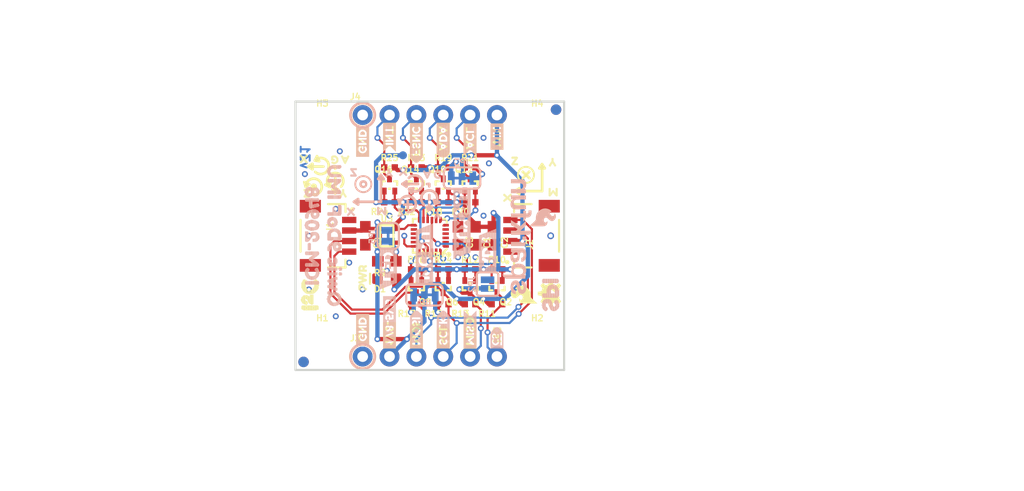
<source format=kicad_pcb>
(kicad_pcb (version 20171130) (host pcbnew "(5.1.6)-1")
  (layers (0 Top signal) (31 Bottom signal) (34 B.Paste user) (35 F.Paste user) (36 B.SilkS user) (37 F.SilkS user) (38 B.Mask user) (39 F.Mask user) (44 Edge.Cuts user))
  (net 0 "")
  (net 1 GND)
  (net 2 1.8V)
  (net 3 VIN)
  (net 4 /SDA/SDI)
  (net 5 /SCL/SCLK)
  (net 6 /~CS)
  (net 7 /AUX_DA)
  (net 8 /INT)
  (net 9 /FSYNC)
  (net 10 "Net-(C3-Pad1)")
  (net 11 /AD0/SDO)
  (net 12 /AUX_CL)
  (net 13 "Net-(U3-Pad4)")
  (net 14 /SCL/SCLK_VIN)
  (net 15 /SDA/SDI_VIN)
  (net 16 /~CS~_VIN)
  (net 17 /AD0/SDO_VIN)
  (net 18 /AUX_CL_VIN)
  (net 19 /AUX_DA_VIN)
  (net 20 /FSYNC_VIN)
  (net 21 /INT_VIN)
  (net 22 "Net-(JP3-Pad3)")
  (net 23 "Net-(JP3-Pad1)")
  (net 24 "Net-(JP4-Pad3)")
  (net 25 "Net-(JP4-Pad1)")
  (net 26 "Net-(D1-PadC)")
  (net 27 "Net-(JP5-Pad2)")
  (module SparkFun_IMU_Breakout_ICM-20948:ICM#2094820 (layer Bottom) (at 137.3886 110.7821 90)
    (fp_text reference U$31 hide)
    (fp_text value "" hide)
  )
  (module SparkFun_IMU_Breakout_ICM-20948:GND4 (layer Bottom) (at 142.1511 115.6716 90)
    (fp_text reference U$1 hide)
    (fp_text value "" hide)
  )
  (module SparkFun_IMU_Breakout_ICM-20948:GND4 (layer Bottom) (at 142.1511 97.8916 90)
    (fp_text reference U$2 hide)
    (fp_text value "" hide)
  )
  (module SparkFun_IMU_Breakout_ICM-20948:INT3 (layer Bottom) (at 144.6911 97.1296 90)
    (fp_text reference U$4 hide)
    (fp_text value "" hide)
  )
  (module SparkFun_IMU_Breakout_ICM-20948:FSNC2 (layer Bottom) (at 147.2311 98.1456 90)
    (fp_text reference U$5 hide)
    (fp_text value "" hide)
  )
  (module SparkFun_IMU_Breakout_ICM-20948:ACL1 (layer Bottom) (at 152.3111 97.5106 90)
    (fp_text reference U$6 hide)
    (fp_text value "" hide)
  )
  (module SparkFun_IMU_Breakout_ICM-20948:ADA0 (layer Bottom) (at 149.7711 97.6376 90)
    (fp_text reference U$7 hide)
    (fp_text value "" hide)
  )
  (module SparkFun_IMU_Breakout_ICM-20948:MISO13 (layer Bottom) (at 152.3111 116.0526 90)
    (fp_text reference U$8 hide)
    (fp_text value "" hide)
  )
  (module SparkFun_IMU_Breakout_ICM-20948:MOSI14 (layer Bottom) (at 147.2311 116.0526 90)
    (fp_text reference U$9 hide)
    (fp_text value "" hide)
  )
  (module SparkFun_IMU_Breakout_ICM-20948:SCLK15 (layer Bottom) (at 149.7711 116.0526 90)
    (fp_text reference U$10 hide)
    (fp_text value "" hide)
  )
  (module SparkFun_IMU_Breakout_ICM-20948:#CS16 (layer Bottom) (at 154.8511 116.1796 90)
    (fp_text reference U$11 hide)
    (fp_text value "" hide)
  )
  (module SparkFun_IMU_Breakout_ICM-20948:1V8#5V57 (layer Bottom) (at 144.6911 116.0526 90)
    (fp_text reference U$12 hide)
    (fp_text value "" hide)
  )
  (module SparkFun_IMU_Breakout_ICM-20948:VIN5 (layer Top) (at 144.6911 116.0526 90)
    (fp_text reference U$13 hide)
    (fp_text value "" hide)
  )
  (module SparkFun_IMU_Breakout_ICM-20948:NC17 (layer Top) (at 154.8511 115.7986 90)
    (fp_text reference U$14 hide)
    (fp_text value "" hide)
  )
  (module SparkFun_IMU_Breakout_ICM-20948:AD012 (layer Top) (at 152.3111 116.0526 90)
    (fp_text reference U$17 hide)
    (fp_text value "" hide)
  )
  (module SparkFun_IMU_Breakout_ICM-20948:ADA0 (layer Top) (at 149.7711 97.6376 90)
    (fp_text reference U$18 hide)
    (fp_text value "" hide)
  )
  (module SparkFun_IMU_Breakout_ICM-20948:ACL1 (layer Top) (at 152.3111 97.5106 90)
    (fp_text reference U$19 hide)
    (fp_text value "" hide)
  )
  (module SparkFun_IMU_Breakout_ICM-20948:FSNC2 (layer Top) (at 147.2311 98.1456 90)
    (fp_text reference U$20 hide)
    (fp_text value "" hide)
  )
  (module SparkFun_IMU_Breakout_ICM-20948:INT3 (layer Top) (at 144.6911 97.1296 90)
    (fp_text reference U$21 hide)
    (fp_text value "" hide)
  )
  (module SparkFun_IMU_Breakout_ICM-20948:GND4 (layer Top) (at 142.1511 115.6716 90)
    (fp_text reference U$22 hide)
    (fp_text value "" hide)
  )
  (module SparkFun_IMU_Breakout_ICM-20948:SPI19 (layer Bottom) (at 159.9311 113.5126 90)
    (fp_text reference U$26 hide)
    (fp_text value "" hide)
  )
  (module SparkFun_IMU_Breakout_ICM-20948:I2C_PU21 (layer Bottom) (at 147.9931 110.0836 90)
    (fp_text reference U$25 hide)
    (fp_text value "" hide)
  )
  (module SparkFun_IMU_Breakout_ICM-20948:AUX_PU24 (layer Bottom) (at 151.5491 107.2896 90)
    (fp_text reference U$27 hide)
    (fp_text value "" hide)
  )
  (module SparkFun_IMU_Breakout_ICM-20948:LED23 (layer Bottom) (at 144.5641 110.2106 90)
    (fp_text reference U$29 hide)
    (fp_text value "" hide)
  )
  (module SparkFun_IMU_Breakout_ICM-20948:X0 (layer Top) (at 137.6553 97.7392 180)
    (fp_text reference U$34 hide)
    (fp_text value "" hide)
  )
  (module SparkFun_IMU_Breakout_ICM-20948:Y1 (layer Top) (at 141.3383 100.9904 180)
    (fp_text reference U$35 hide)
    (fp_text value "" hide)
  )
  (module SparkFun_IMU_Breakout_ICM-20948:Z2 (layer Top) (at 137.9093 100.9904 180)
    (fp_text reference U$36 hide)
    (fp_text value "" hide)
  )
  (module SparkFun_IMU_Breakout_ICM-20948:G5 (layer Top) (at 140.5763 97.8154 180)
    (fp_text reference U$37 hide)
    (fp_text value "" hide)
  )
  (module SparkFun_IMU_Breakout_ICM-20948:A4 (layer Top) (at 141.5923 97.8154 180)
    (fp_text reference U$38 hide)
    (fp_text value "" hide)
  )
  (module SparkFun_IMU_Breakout_ICM-20948:M3 (layer Top) (at 161.3195 100.8886 180)
    (fp_text reference U$39 hide)
    (fp_text value "" hide)
  )
  (module SparkFun_IMU_Breakout_ICM-20948:X0 (layer Top) (at 155.8419 102.4804 90)
    (fp_text reference U$40 hide)
    (fp_text value "" hide)
  )
  (module SparkFun_IMU_Breakout_ICM-20948:Y1 (layer Top) (at 161.1417 98.0438 180)
    (fp_text reference U$41 hide)
    (fp_text value "" hide)
  )
  (module SparkFun_IMU_Breakout_ICM-20948:Z2 (layer Top) (at 155.4947 97.9172)
    (fp_text reference U$42 hide)
    (fp_text value "" hide)
  )
  (module SparkFun_IMU_Breakout_ICM-20948:QWIIC_9DOF_IMU_0 (layer Bottom) (at 139.4841 112.8141 90)
    (fp_text reference U$43 hide)
    (fp_text value "" hide)
  )
  (module SparkFun_IMU_Breakout_ICM-20948:CL4 (layer Top) (at 149.7711 116.0526 90)
    (fp_text reference U$15 hide)
    (fp_text value "" hide)
  )
  (module SparkFun_IMU_Breakout_ICM-20948:DA2 (layer Top) (at 147.2311 116.0526 90)
    (fp_text reference U$16 hide)
    (fp_text value "" hide)
  )
  (module SparkFun_IMU_Breakout_ICM-20948:VIN5 (layer Top) (at 154.8511 97.2566 90)
    (fp_text reference U$30 hide)
    (fp_text value "" hide)
  )
  (module SparkFun_IMU_Breakout_ICM-20948:VIN5 (layer Bottom) (at 154.8511 97.2566 90)
    (fp_text reference U$44 hide)
    (fp_text value "" hide)
  )
  (module SparkFun_IMU_Breakout_ICM-20948:PAD.03X.03 (layer Bottom) (at 145.9611 97.3836 180)
    (fp_text reference TP1 hide)
    (fp_text value 1.8V hide)
    (pad P$1 smd roundrect (at 0 0 180) (size 0.762 0.762) (layers Bottom B.Mask) (roundrect_rratio 0.5) (net 2 1.8V))
  )
  (module SparkFun_IMU_Breakout_ICM-20948:PWR0 (layer Top) (at 142.1511 110.8456 90)
    (fp_text reference U$3 hide)
    (fp_text value "" hide)
  )
  (module SparkFun_IMU_Breakout_ICM-20948:I#C1 (layer Top) (at 137.1727 113.4491 90)
    (fp_text reference U$45 hide)
    (fp_text value "" hide)
  )
  (module SparkFun_IMU_Breakout_ICM-20948:ADR2 (layer Bottom) (at 153.9621 109.0676 90)
    (fp_text reference U$23 hide)
    (fp_text value "" hide)
  )
  (module SparkFun_IMU_Breakout_ICM-20948:GND4 (layer Top) (at 142.1511 97.8916 90)
    (fp_text reference U$24 hide)
    (fp_text value "" hide)
  )
  (module SparkFun_IMU_Breakout_ICM-20948:QFN24-3X3 (layer Top) (at 148.5011 105.0036 180)
    (fp_text reference U2 hide)
    (fp_text value "9DoF IMU" hide)
    (fp_poly (pts (xy -1.5 -1.125) (xy -1.305 -1.125) (xy -1.2 -1.02) (xy -1.2 -0.875) (xy -1.5 -0.875)) (layer Top) (width 0))
    (fp_poly (pts (xy 1.125 1.5) (xy 1.125 1.305) (xy 1.02 1.2) (xy 0.875 1.2) (xy 0.875 1.5)) (layer Top) (width 0))
    (fp_poly (pts (xy -1.125 1.5) (xy -1.125 1.305) (xy -1.02 1.2) (xy -0.875 1.2) (xy -0.875 1.5)) (layer Top) (width 0))
    (fp_poly (pts (xy -1.5 1.125) (xy -1.305 1.125) (xy -1.2 1.02) (xy -1.2 0.875) (xy -1.5 0.875)) (layer Top) (width 0))
    (fp_poly (pts (xy 1.5 1.125) (xy 1.305 1.125) (xy 1.2 1.02) (xy 1.2 0.875) (xy 1.5 0.875)) (layer Top) (width 0))
    (fp_poly (pts (xy 1.5 -1.125) (xy 1.305 -1.125) (xy 1.2 -1.02) (xy 1.2 -0.875) (xy 1.5 -0.875)) (layer Top) (width 0))
    (fp_poly (pts (xy 1.125 -1.5) (xy 1.125 -1.305) (xy 1.02 -1.2) (xy 0.875 -1.2) (xy 0.875 -1.5)) (layer Top) (width 0))
    (fp_poly (pts (xy -1.125 -1.5) (xy -1.125 -1.305) (xy -1.02 -1.2) (xy -0.875 -1.2) (xy -0.875 -1.5)) (layer Top) (width 0))
    (fp_text user >Name (at 0 -2.032 180) (layer F.SilkS) (effects (font (size 0.57912 0.57912) (thickness 0.12192)) (justify bottom)))
    (pad 24 smd rect (at -1 -1.5525 180) (size 0.25 0.495) (layers Top F.Mask) (net 4 /SDA/SDI))
    (pad 23 smd rect (at -0.6 -1.5 180) (size 0.25 0.6) (layers Top F.Mask) (net 5 /SCL/SCLK))
    (pad 22 smd rect (at -0.2 -1.5 180) (size 0.25 0.6) (layers Top F.Mask) (net 6 /~CS))
    (pad 21 smd rect (at 0.2 -1.5 180) (size 0.25 0.6) (layers Top F.Mask) (net 7 /AUX_DA))
    (pad 20 smd rect (at 0.6 -1.5 180) (size 0.25 0.6) (layers Top F.Mask) (net 1 GND))
    (pad 19 smd rect (at 1 -1.5525 180) (size 0.25 0.495) (layers Top F.Mask))
    (pad 18 smd rect (at 1.5525 -1 90) (size 0.25 0.495) (layers Top F.Mask) (net 1 GND))
    (pad 17 smd rect (at 1.5 -0.6 90) (size 0.25 0.6) (layers Top F.Mask))
    (pad 16 smd rect (at 1.5 -0.2 90) (size 0.25 0.6) (layers Top F.Mask))
    (pad 15 smd rect (at 1.5 0.2 90) (size 0.25 0.6) (layers Top F.Mask))
    (pad 14 smd rect (at 1.5 0.6 90) (size 0.25 0.6) (layers Top F.Mask))
    (pad 13 smd rect (at 1.5525 1 90) (size 0.25 0.495) (layers Top F.Mask) (net 2 1.8V))
    (pad 12 smd rect (at 1 1.5525) (size 0.25 0.495) (layers Top F.Mask) (net 8 /INT))
    (pad 11 smd rect (at 0.6 1.5) (size 0.25 0.6) (layers Top F.Mask) (net 9 /FSYNC))
    (pad 10 smd rect (at 0.2 1.5) (size 0.25 0.6) (layers Top F.Mask) (net 10 "Net-(C3-Pad1)"))
    (pad 9 smd rect (at -0.2 1.5) (size 0.25 0.6) (layers Top F.Mask) (net 11 /AD0/SDO))
    (pad 8 smd rect (at -0.6 1.5) (size 0.25 0.6) (layers Top F.Mask) (net 2 1.8V))
    (pad 7 smd rect (at -1 1.5525) (size 0.25 0.495) (layers Top F.Mask) (net 12 /AUX_CL))
    (pad 6 smd rect (at -1.5525 1 270) (size 0.25 0.495) (layers Top F.Mask))
    (pad 5 smd rect (at -1.5 0.6 270) (size 0.25 0.6) (layers Top F.Mask))
    (pad 4 smd rect (at -1.5 0.2 270) (size 0.25 0.6) (layers Top F.Mask))
    (pad 3 smd rect (at -1.5 -0.2 270) (size 0.25 0.6) (layers Top F.Mask))
    (pad 2 smd rect (at -1.5 -0.6 270) (size 0.25 0.6) (layers Top F.Mask))
    (pad 1 smd rect (at -1.5525 -1 270) (size 0.25 0.495) (layers Top F.Mask))
  )
  (module SparkFun_IMU_Breakout_ICM-20948:0603 (layer Top) (at 151.1681 105.0036 270)
    (fp_text reference C3 (at 0 -0.762 270) (layer F.SilkS) (effects (font (size 0.57912 0.57912) (thickness 0.12192)) (justify right top)))
    (fp_text value 0.1uF)
    (pad 2 smd rect (at 0.85 0 270) (size 1.1 1) (layers Top F.Paste F.Mask) (net 1 GND))
    (pad 1 smd rect (at -0.85 0 270) (size 1.1 1) (layers Top F.Paste F.Mask) (net 10 "Net-(C3-Pad1)"))
  )
  (module SparkFun_IMU_Breakout_ICM-20948:0603 (layer Top) (at 154.4701 105.0036 270)
    (fp_text reference C2 (at 0 -0.762 270) (layer F.SilkS) (effects (font (size 0.57912 0.57912) (thickness 0.12192)) (justify right top)))
    (fp_text value 0.1uF)
    (pad 2 smd rect (at 0.85 0 270) (size 1.1 1) (layers Top F.Paste F.Mask) (net 1 GND))
    (pad 1 smd rect (at -0.85 0 270) (size 1.1 1) (layers Top F.Paste F.Mask) (net 2 1.8V))
  )
  (module SparkFun_IMU_Breakout_ICM-20948:0603 (layer Top) (at 152.8191 105.0036 270)
    (fp_text reference C1 (at 0 -0.762 270) (layer F.SilkS) (effects (font (size 0.57912 0.57912) (thickness 0.12192)) (justify right top)))
    (fp_text value 1.0uF)
    (pad 2 smd rect (at 0.85 0 270) (size 1.1 1) (layers Top F.Paste F.Mask) (net 1 GND))
    (pad 1 smd rect (at -0.85 0 270) (size 1.1 1) (layers Top F.Paste F.Mask) (net 2 1.8V))
  )
  (module SparkFun_IMU_Breakout_ICM-20948:SC70 (layer Top) (at 144.4371 105.0036 270)
    (fp_text reference U3 (at -1.27 0) (layer F.SilkS) (effects (font (size 0.57912 0.57912) (thickness 0.12192)) (justify bottom)))
    (fp_text value 1.8V/100mA)
    (pad 5 smd rect (at -0.65 -0.825 270) (size 0.4 0.75) (layers Top F.Mask) (net 2 1.8V))
    (pad 4 smd rect (at 0.65 -0.825 270) (size 0.4 0.75) (layers Top F.Mask) (net 13 "Net-(U3-Pad4)"))
    (pad 3 smd rect (at 0.65 0.825 270) (size 0.4 0.75) (layers Top F.Mask) (net 3 VIN))
    (pad 2 smd rect (at 0 0.825 270) (size 0.4 0.75) (layers Top F.Mask) (net 1 GND))
    (pad 1 smd rect (at -0.65 0.825 270) (size 0.4 0.75) (layers Top F.Mask) (net 3 VIN))
  )
  (module SparkFun_IMU_Breakout_ICM-20948:0603 (layer Top) (at 142.4051 105.0036 270)
    (fp_text reference C4 (at 0 -0.762 270) (layer F.SilkS) (effects (font (size 0.57912 0.57912) (thickness 0.12192)) (justify right top)))
    (fp_text value 1.0uF)
    (pad 2 smd rect (at 0.85 0 270) (size 1.1 1) (layers Top F.Paste F.Mask) (net 1 GND))
    (pad 1 smd rect (at -0.85 0 270) (size 1.1 1) (layers Top F.Paste F.Mask) (net 3 VIN))
  )
  (module SparkFun_IMU_Breakout_ICM-20948:FIDUCIAL-1X2 (layer Bottom) (at 136.5631 116.9416 180)
    (fp_text reference FD3 hide)
    (fp_text value FIDUCIAL1X2 hide)
    (pad 1 smd roundrect (at 0 0 180) (size 1 1) (layers Bottom B.Mask) (roundrect_rratio 0.5))
  )
  (module SparkFun_IMU_Breakout_ICM-20948:FIDUCIAL-1X2 (layer Top) (at 160.4391 93.0656)
    (fp_text reference FD1 hide)
    (fp_text value FIDUCIAL1X2 hide)
    (pad 1 smd roundrect (at 0 0) (size 1 1) (layers Top F.Mask) (roundrect_rratio 0.5))
  )
  (module SparkFun_IMU_Breakout_ICM-20948:FIDUCIAL-1X2 (layer Bottom) (at 160.4391 93.0656 180)
    (fp_text reference FD2 hide)
    (fp_text value FIDUCIAL1X2 hide)
    (pad 1 smd roundrect (at 0 0 180) (size 1 1) (layers Bottom B.Mask) (roundrect_rratio 0.5))
  )
  (module SparkFun_IMU_Breakout_ICM-20948:FIDUCIAL-1X2 (layer Top) (at 136.5631 116.9416)
    (fp_text reference FD4 hide)
    (fp_text value FIDUCIAL1X2 hide)
    (pad 1 smd roundrect (at 0 0) (size 1 1) (layers Top F.Mask) (roundrect_rratio 0.5))
  )
  (module SparkFun_IMU_Breakout_ICM-20948:STAND-OFF (layer Top) (at 138.3411 94.8436)
    (fp_text reference H3 (at 0 -2.032) (layer F.SilkS) (effects (font (size 0.57912 0.57912) (thickness 0.12192)) (justify bottom)))
    (fp_text value STAND-OFF)
    (pad "" np_thru_hole circle (at 0 0) (size 3.302 3.302) (drill 3.302) (layers *.Cu *.Mask))
  )
  (module SparkFun_IMU_Breakout_ICM-20948:STAND-OFF (layer Top) (at 138.3411 115.1636)
    (fp_text reference H1 (at 0 -2.032) (layer F.SilkS) (effects (font (size 0.57912 0.57912) (thickness 0.12192)) (justify bottom)))
    (fp_text value STAND-OFF)
    (pad "" np_thru_hole circle (at 0 0) (size 3.302 3.302) (drill 3.302) (layers *.Cu *.Mask))
  )
  (module SparkFun_IMU_Breakout_ICM-20948:STAND-OFF (layer Top) (at 158.6611 115.1636)
    (fp_text reference H2 (at 0 -2.032) (layer F.SilkS) (effects (font (size 0.57912 0.57912) (thickness 0.12192)) (justify bottom)))
    (fp_text value STAND-OFF)
    (pad "" np_thru_hole circle (at 0 0) (size 3.302 3.302) (drill 3.302) (layers *.Cu *.Mask))
  )
  (module SparkFun_IMU_Breakout_ICM-20948:STAND-OFF (layer Top) (at 158.6611 94.8436)
    (fp_text reference H4 (at 0 -2.032) (layer F.SilkS) (effects (font (size 0.57912 0.57912) (thickness 0.12192)) (justify bottom)))
    (fp_text value STAND-OFF)
    (pad "" np_thru_hole circle (at 0 0) (size 3.302 3.302) (drill 3.302) (layers *.Cu *.Mask))
  )
  (module SparkFun_IMU_Breakout_ICM-20948:JST04_1MM_RA (layer Top) (at 156.1211 105.0036 90)
    (fp_text reference J2 (at -1.397 2.159 90) (layer F.SilkS) (effects (font (size 0.57912 0.57912) (thickness 0.12192)) (justify left bottom)))
    (fp_text value QWIIC_CONNECTORJS-1MM)
    (pad 4 smd rect (at 1.5 0 90) (size 0.6 1.35) (layers Top F.Paste F.Mask) (net 14 /SCL/SCLK_VIN))
    (pad 3 smd rect (at 0.5 0 90) (size 0.6 1.35) (layers Top F.Paste F.Mask) (net 15 /SDA/SDI_VIN))
    (pad 2 smd rect (at -0.5 0 90) (size 0.6 1.35) (layers Top F.Paste F.Mask) (net 3 VIN))
    (pad 1 smd rect (at -1.5 0 90) (size 0.6 1.35) (layers Top F.Paste F.Mask) (net 1 GND))
    (pad NC1 smd rect (at 2.8 3.675 90) (size 1.2 2) (layers Top F.Paste F.Mask))
    (pad NC2 smd rect (at -2.8 3.675 90) (size 1.2 2) (layers Top F.Paste F.Mask))
  )
  (module SparkFun_IMU_Breakout_ICM-20948:JST04_1MM_RA (layer Top) (at 140.8811 105.0036 270)
    (fp_text reference J1 (at -1.397 2.159 270) (layer F.SilkS) (effects (font (size 0.57912 0.57912) (thickness 0.12192)) (justify right top)))
    (fp_text value QWIIC_CONNECTORJS-1MM)
    (pad 4 smd rect (at 1.5 0 270) (size 0.6 1.35) (layers Top F.Paste F.Mask) (net 14 /SCL/SCLK_VIN))
    (pad 3 smd rect (at 0.5 0 270) (size 0.6 1.35) (layers Top F.Paste F.Mask) (net 15 /SDA/SDI_VIN))
    (pad 2 smd rect (at -0.5 0 270) (size 0.6 1.35) (layers Top F.Paste F.Mask) (net 3 VIN))
    (pad 1 smd rect (at -1.5 0 270) (size 0.6 1.35) (layers Top F.Paste F.Mask) (net 1 GND))
    (pad NC1 smd rect (at 2.8 3.675 270) (size 1.2 2) (layers Top F.Paste F.Mask))
    (pad NC2 smd rect (at -2.8 3.675 270) (size 1.2 2) (layers Top F.Paste F.Mask))
  )
  (module SparkFun_IMU_Breakout_ICM-20948:1X06_NO_SILK (layer Top) (at 142.1511 116.4336)
    (fp_text reference J3 (at -1.27 -1.397) (layer F.SilkS) (effects (font (size 0.57912 0.57912) (thickness 0.12192)) (justify left bottom)))
    (fp_text value CONN_06NO_SILK_NO_POP)
    (pad 6 thru_hole circle (at 12.7 0 90) (size 1.8796 1.8796) (drill 1.016) (layers *.Cu *.Mask) (net 16 /~CS~_VIN))
    (pad 5 thru_hole circle (at 10.16 0 90) (size 1.8796 1.8796) (drill 1.016) (layers *.Cu *.Mask) (net 17 /AD0/SDO_VIN))
    (pad 4 thru_hole circle (at 7.62 0 90) (size 1.8796 1.8796) (drill 1.016) (layers *.Cu *.Mask) (net 14 /SCL/SCLK_VIN))
    (pad 3 thru_hole circle (at 5.08 0 90) (size 1.8796 1.8796) (drill 1.016) (layers *.Cu *.Mask) (net 15 /SDA/SDI_VIN))
    (pad 2 thru_hole circle (at 2.54 0 90) (size 1.8796 1.8796) (drill 1.016) (layers *.Cu *.Mask) (net 3 VIN))
    (pad 1 thru_hole circle (at 0 0 90) (size 1.8796 1.8796) (drill 1.016) (layers *.Cu *.Mask) (net 1 GND))
  )
  (module SparkFun_IMU_Breakout_ICM-20948:1X06_NO_SILK (layer Top) (at 142.1511 93.5736)
    (fp_text reference J4 (at -1.27 -1.397) (layer F.SilkS) (effects (font (size 0.57912 0.57912) (thickness 0.12192)) (justify left bottom)))
    (fp_text value CONN_06NO_SILK_NO_POP)
    (pad 6 thru_hole circle (at 12.7 0 90) (size 1.8796 1.8796) (drill 1.016) (layers *.Cu *.Mask) (net 3 VIN))
    (pad 5 thru_hole circle (at 10.16 0 90) (size 1.8796 1.8796) (drill 1.016) (layers *.Cu *.Mask) (net 18 /AUX_CL_VIN))
    (pad 4 thru_hole circle (at 7.62 0 90) (size 1.8796 1.8796) (drill 1.016) (layers *.Cu *.Mask) (net 19 /AUX_DA_VIN))
    (pad 3 thru_hole circle (at 5.08 0 90) (size 1.8796 1.8796) (drill 1.016) (layers *.Cu *.Mask) (net 20 /FSYNC_VIN))
    (pad 2 thru_hole circle (at 2.54 0 90) (size 1.8796 1.8796) (drill 1.016) (layers *.Cu *.Mask) (net 21 /INT_VIN))
    (pad 1 thru_hole circle (at 0 0 90) (size 1.8796 1.8796) (drill 1.016) (layers *.Cu *.Mask) (net 1 GND))
  )
  (module SparkFun_IMU_Breakout_ICM-20948:SMT-JUMPER_3_2-NC_TRACE_SILK (layer Bottom) (at 151.5491 99.5426 180)
    (fp_text reference JP3 (at 0 1.143 180) (layer B.SilkS) (effects (font (size 0.57912 0.57912) (thickness 0.12192)) (justify bottom mirror)))
    (fp_text value AUX)
    (fp_poly (pts (xy 0.3048 -0.127) (xy 0.7112 -0.127) (xy 0.7112 0.127) (xy 0.3048 0.127)) (layer Bottom) (width 0))
    (fp_poly (pts (xy -0.7112 -0.127) (xy -0.3048 -0.127) (xy -0.3048 0.127) (xy -0.7112 0.127)) (layer Bottom) (width 0))
    (pad 3 smd rect (at 1.016 0 180) (size 0.635 1.27) (layers Bottom B.Mask) (net 22 "Net-(JP3-Pad3)"))
    (pad 2 smd rect (at 0 0 180) (size 0.635 1.27) (layers Bottom B.Mask) (net 3 VIN))
    (pad 1 smd rect (at -1.016 0 180) (size 0.635 1.27) (layers Bottom B.Mask) (net 23 "Net-(JP3-Pad1)"))
  )
  (module SparkFun_IMU_Breakout_ICM-20948:SMT-JUMPER_3_2-NC_TRACE_SILK (layer Bottom) (at 147.9931 110.5916)
    (fp_text reference JP4 (at 0 1.143) (layer B.SilkS) (effects (font (size 0.57912 0.57912) (thickness 0.12192)) (justify bottom mirror)))
    (fp_text value "I2C PU")
    (fp_poly (pts (xy 0.3048 -0.127) (xy 0.7112 -0.127) (xy 0.7112 0.127) (xy 0.3048 0.127)) (layer Bottom) (width 0))
    (fp_poly (pts (xy -0.7112 -0.127) (xy -0.3048 -0.127) (xy -0.3048 0.127) (xy -0.7112 0.127)) (layer Bottom) (width 0))
    (pad 3 smd rect (at 1.016 0) (size 0.635 1.27) (layers Bottom B.Mask) (net 24 "Net-(JP4-Pad3)"))
    (pad 2 smd rect (at 0 0) (size 0.635 1.27) (layers Bottom B.Mask) (net 3 VIN))
    (pad 1 smd rect (at -1.016 0) (size 0.635 1.27) (layers Bottom B.Mask) (net 25 "Net-(JP4-Pad1)"))
  )
  (module SparkFun_IMU_Breakout_ICM-20948:SFE_LOGO_NAME_FLAME_.1 (layer Bottom) (at 156.7561 105.0036 90)
    (fp_text reference LOGO1 hide)
    (fp_text value SFE_LOGO_NAME_FLAME.1_INCH hide)
  )
  (module SparkFun_IMU_Breakout_ICM-20948:OSHW-LOGO-MINI (layer Top) (at 159.9311 110.4646 90)
    (fp_text reference LOGO2 hide)
    (fp_text value OSHW-LOGOMINI hide)
  )
  (module SparkFun_IMU_Breakout_ICM-20948:0603 (layer Top) (at 144.4371 107.4166 180)
    (fp_text reference R9 (at 0 -0.762 180) (layer F.SilkS) (effects (font (size 0.57912 0.57912) (thickness 0.12192)) (justify right top)))
    (fp_text value 220)
    (pad 2 smd rect (at 0.85 0 180) (size 1.1 1) (layers Top F.Paste F.Mask) (net 26 "Net-(D1-PadC)"))
    (pad 1 smd rect (at -0.85 0 180) (size 1.1 1) (layers Top F.Paste F.Mask) (net 27 "Net-(JP5-Pad2)"))
  )
  (module SparkFun_IMU_Breakout_ICM-20948:LED-0603 (layer Top) (at 144.4371 109.0676 180)
    (fp_text reference D1 (at 0 -0.635 180) (layer F.SilkS) (effects (font (size 0.57912 0.57912) (thickness 0.12192)) (justify right top)))
    (fp_text value RED)
    (pad A smd roundrect (at -0.877 0 90) (size 1 1) (layers Top F.Paste F.Mask) (roundrect_rratio 0.15) (net 2 1.8V))
    (pad C smd roundrect (at 0.877 0 90) (size 1 1) (layers Top F.Paste F.Mask) (roundrect_rratio 0.15) (net 26 "Net-(D1-PadC)"))
  )
  (module SparkFun_IMU_Breakout_ICM-20948:SMT-JUMPER_2_NC_TRACE_SILK (layer Bottom) (at 144.5641 105.0036 270)
    (fp_text reference JP5 (at 0 1.143 270) (layer B.SilkS) (effects (font (size 0.57912 0.57912) (thickness 0.12192)) (justify bottom mirror)))
    (fp_text value LED)
    (fp_poly (pts (xy -0.2032 -0.127) (xy 0.2032 -0.127) (xy 0.2032 0.127) (xy -0.2032 0.127)) (layer Bottom) (width 0))
    (pad 2 smd rect (at 0.508 0 270) (size 0.635 1.27) (layers Bottom B.Mask) (net 27 "Net-(JP5-Pad2)"))
    (pad 1 smd rect (at -0.508 0 270) (size 0.635 1.27) (layers Bottom B.Mask) (net 1 GND))
  )
  (module SparkFun_IMU_Breakout_ICM-20948:SMT-JUMPER_2_NO_SILK (layer Bottom) (at 153.9621 109.5756 270)
    (fp_text reference JP2 (at 0 1.143 270) (layer B.SilkS) (effects (font (size 0.57912 0.57912) (thickness 0.12192)) (justify bottom mirror)))
    (fp_text value ADR)
    (pad 2 smd rect (at 0.4064 0 270) (size 0.635 1.27) (layers Bottom B.Mask) (net 17 /AD0/SDO_VIN))
    (pad 1 smd rect (at -0.4064 0 270) (size 0.635 1.27) (layers Bottom B.Mask) (net 1 GND))
  )
  (module SparkFun_IMU_Breakout_ICM-20948:SOT-416FL (layer Top) (at 154.8511 110.3376 180)
    (fp_text reference Q2 (at -1.5 -0.6 180) (layer F.SilkS) (effects (font (size 0.57912 0.57912) (thickness 0.12192)) (justify right top)))
    (fp_text value 20V/0.2A/8MHz/1.2Ω/1Vth)
    (pad 3 smd rect (at 0 -0.05 180) (size 0.46 0.65) (layers Top F.Paste F.Mask) (net 16 /~CS~_VIN))
    (pad 2 smd rect (at 0.5 1.1 180) (size 0.46 0.65) (layers Top F.Paste F.Mask) (net 6 /~CS))
    (pad 1 smd rect (at -0.5 1.1 180) (size 0.46 0.65) (layers Top F.Paste F.Mask) (net 2 1.8V))
  )
  (module SparkFun_IMU_Breakout_ICM-20948:0402-TIGHT (layer Top) (at 154.8511 108.1786)
    (fp_text reference R10 (at 0 -0.562) (layer F.SilkS) (effects (font (size 0.57912 0.57912) (thickness 0.12192)) (justify bottom)))
    (fp_text value 2.2k)
    (pad 2 smd rect (at 0.5 0) (size 0.6 0.6) (layers Top F.Paste F.Mask) (net 2 1.8V))
    (pad 1 smd rect (at -0.5 0) (size 0.6 0.6) (layers Top F.Paste F.Mask) (net 6 /~CS))
  )
  (module SparkFun_IMU_Breakout_ICM-20948:0402-TIGHT (layer Top) (at 154.8511 111.4806 180)
    (fp_text reference R11 (at 0 -0.562 180) (layer F.SilkS) (effects (font (size 0.57912 0.57912) (thickness 0.12192)) (justify right top)))
    (fp_text value 2.2k)
    (pad 2 smd rect (at 0.5 0 180) (size 0.6 0.6) (layers Top F.Paste F.Mask) (net 3 VIN))
    (pad 1 smd rect (at -0.5 0 180) (size 0.6 0.6) (layers Top F.Paste F.Mask) (net 16 /~CS~_VIN))
  )
  (module SparkFun_IMU_Breakout_ICM-20948:SOT-416FL (layer Top) (at 152.3111 110.3376 180)
    (fp_text reference Q4 (at -1.5 -0.6 180) (layer F.SilkS) (effects (font (size 0.57912 0.57912) (thickness 0.12192)) (justify right top)))
    (fp_text value 20V/0.2A/8MHz/1.2Ω/1Vth)
    (pad 3 smd rect (at 0 -0.05 180) (size 0.46 0.65) (layers Top F.Paste F.Mask) (net 17 /AD0/SDO_VIN))
    (pad 2 smd rect (at 0.5 1.1 180) (size 0.46 0.65) (layers Top F.Paste F.Mask) (net 11 /AD0/SDO))
    (pad 1 smd rect (at -0.5 1.1 180) (size 0.46 0.65) (layers Top F.Paste F.Mask) (net 2 1.8V))
  )
  (module SparkFun_IMU_Breakout_ICM-20948:0402-TIGHT (layer Top) (at 152.3111 108.1786)
    (fp_text reference R12 (at 0 -0.562) (layer F.SilkS) (effects (font (size 0.57912 0.57912) (thickness 0.12192)) (justify bottom)))
    (fp_text value 2.2k)
    (pad 2 smd rect (at 0.5 0) (size 0.6 0.6) (layers Top F.Paste F.Mask) (net 2 1.8V))
    (pad 1 smd rect (at -0.5 0) (size 0.6 0.6) (layers Top F.Paste F.Mask) (net 11 /AD0/SDO))
  )
  (module SparkFun_IMU_Breakout_ICM-20948:0402-TIGHT (layer Top) (at 152.3111 111.4806 180)
    (fp_text reference R13 (at 0 -0.562 180) (layer F.SilkS) (effects (font (size 0.57912 0.57912) (thickness 0.12192)) (justify right top)))
    (fp_text value 2.2k)
    (pad 2 smd rect (at 0.5 0 180) (size 0.6 0.6) (layers Top F.Paste F.Mask) (net 3 VIN))
    (pad 1 smd rect (at -0.5 0 180) (size 0.6 0.6) (layers Top F.Paste F.Mask) (net 17 /AD0/SDO_VIN))
  )
  (module SparkFun_IMU_Breakout_ICM-20948:SOT-416FL (layer Top) (at 149.7711 110.3376 180)
    (fp_text reference Q6 (at -1.5 -0.6 180) (layer F.SilkS) (effects (font (size 0.57912 0.57912) (thickness 0.12192)) (justify right top)))
    (fp_text value 20V/0.2A/8MHz/1.2Ω/1Vth)
    (pad 3 smd rect (at 0 -0.05 180) (size 0.46 0.65) (layers Top F.Paste F.Mask) (net 14 /SCL/SCLK_VIN))
    (pad 2 smd rect (at 0.5 1.1 180) (size 0.46 0.65) (layers Top F.Paste F.Mask) (net 5 /SCL/SCLK))
    (pad 1 smd rect (at -0.5 1.1 180) (size 0.46 0.65) (layers Top F.Paste F.Mask) (net 2 1.8V))
  )
  (module SparkFun_IMU_Breakout_ICM-20948:0402-TIGHT (layer Top) (at 149.7711 108.1786)
    (fp_text reference R14 (at 0 -0.562) (layer F.SilkS) (effects (font (size 0.57912 0.57912) (thickness 0.12192)) (justify bottom)))
    (fp_text value 2.2k)
    (pad 2 smd rect (at 0.5 0) (size 0.6 0.6) (layers Top F.Paste F.Mask) (net 2 1.8V))
    (pad 1 smd rect (at -0.5 0) (size 0.6 0.6) (layers Top F.Paste F.Mask) (net 5 /SCL/SCLK))
  )
  (module SparkFun_IMU_Breakout_ICM-20948:0402-TIGHT (layer Top) (at 149.7711 111.4806 180)
    (fp_text reference R15 (at 0 -0.562 180) (layer F.SilkS) (effects (font (size 0.57912 0.57912) (thickness 0.12192)) (justify right top)))
    (fp_text value 2.2k)
    (pad 2 smd rect (at 0.5 0 180) (size 0.6 0.6) (layers Top F.Paste F.Mask) (net 24 "Net-(JP4-Pad3)"))
    (pad 1 smd rect (at -0.5 0 180) (size 0.6 0.6) (layers Top F.Paste F.Mask) (net 14 /SCL/SCLK_VIN))
  )
  (module SparkFun_IMU_Breakout_ICM-20948:SOT-416FL (layer Top) (at 147.2311 110.3376 180)
    (fp_text reference Q8 (at -1.5 -0.6 180) (layer F.SilkS) (effects (font (size 0.57912 0.57912) (thickness 0.12192)) (justify right top)))
    (fp_text value 20V/0.2A/8MHz/1.2Ω/1Vth)
    (pad 3 smd rect (at 0 -0.05 180) (size 0.46 0.65) (layers Top F.Paste F.Mask) (net 15 /SDA/SDI_VIN))
    (pad 2 smd rect (at 0.5 1.1 180) (size 0.46 0.65) (layers Top F.Paste F.Mask) (net 4 /SDA/SDI))
    (pad 1 smd rect (at -0.5 1.1 180) (size 0.46 0.65) (layers Top F.Paste F.Mask) (net 2 1.8V))
  )
  (module SparkFun_IMU_Breakout_ICM-20948:0402-TIGHT (layer Top) (at 147.2311 108.1786)
    (fp_text reference R16 (at 0 -0.562) (layer F.SilkS) (effects (font (size 0.57912 0.57912) (thickness 0.12192)) (justify bottom)))
    (fp_text value 2.2k)
    (pad 2 smd rect (at 0.5 0) (size 0.6 0.6) (layers Top F.Paste F.Mask) (net 2 1.8V))
    (pad 1 smd rect (at -0.5 0) (size 0.6 0.6) (layers Top F.Paste F.Mask) (net 4 /SDA/SDI))
  )
  (module SparkFun_IMU_Breakout_ICM-20948:0402-TIGHT (layer Top) (at 147.2311 111.4806 180)
    (fp_text reference R17 (at 0 -0.562 180) (layer F.SilkS) (effects (font (size 0.57912 0.57912) (thickness 0.12192)) (justify right top)))
    (fp_text value 2.2k)
    (pad 2 smd rect (at 0.5 0 180) (size 0.6 0.6) (layers Top F.Paste F.Mask) (net 25 "Net-(JP4-Pad1)"))
    (pad 1 smd rect (at -0.5 0 180) (size 0.6 0.6) (layers Top F.Paste F.Mask) (net 15 /SDA/SDI_VIN))
  )
  (module SparkFun_IMU_Breakout_ICM-20948:CREATIVE_COMMONS (layer Top) (at 128.1811 128.1176)
    (fp_text reference FRAME2 hide)
    (fp_text value FRAME-LEDGER hide)
  )
  (module SparkFun_IMU_Breakout_ICM-20948:SOT-416FL (layer Top) (at 149.7711 99.6696)
    (fp_text reference Q10 (at -1.5 -0.6) (layer F.SilkS) (effects (font (size 0.57912 0.57912) (thickness 0.12192)) (justify left bottom)))
    (fp_text value 20V/0.2A/8MHz/1.2Ω/1Vth)
    (pad 3 smd rect (at 0 -0.05) (size 0.46 0.65) (layers Top F.Paste F.Mask) (net 19 /AUX_DA_VIN))
    (pad 2 smd rect (at 0.5 1.1) (size 0.46 0.65) (layers Top F.Paste F.Mask) (net 7 /AUX_DA))
    (pad 1 smd rect (at -0.5 1.1) (size 0.46 0.65) (layers Top F.Paste F.Mask) (net 2 1.8V))
  )
  (module SparkFun_IMU_Breakout_ICM-20948:0402-TIGHT (layer Top) (at 149.7711 101.8286 180)
    (fp_text reference R18 (at 0 -0.562 180) (layer F.SilkS) (effects (font (size 0.57912 0.57912) (thickness 0.12192)) (justify right top)))
    (fp_text value 2.2k)
    (pad 2 smd rect (at 0.5 0 180) (size 0.6 0.6) (layers Top F.Paste F.Mask) (net 2 1.8V))
    (pad 1 smd rect (at -0.5 0 180) (size 0.6 0.6) (layers Top F.Paste F.Mask) (net 7 /AUX_DA))
  )
  (module SparkFun_IMU_Breakout_ICM-20948:0402-TIGHT (layer Top) (at 149.7711 98.5266)
    (fp_text reference R19 (at 0 -0.562) (layer F.SilkS) (effects (font (size 0.57912 0.57912) (thickness 0.12192)) (justify bottom)))
    (fp_text value 2.2k)
    (pad 2 smd rect (at 0.5 0) (size 0.6 0.6) (layers Top F.Paste F.Mask) (net 22 "Net-(JP3-Pad3)"))
    (pad 1 smd rect (at -0.5 0) (size 0.6 0.6) (layers Top F.Paste F.Mask) (net 19 /AUX_DA_VIN))
  )
  (module SparkFun_IMU_Breakout_ICM-20948:SOT-416FL (layer Top) (at 152.3111 99.6696)
    (fp_text reference Q12 (at -1.5 -0.6) (layer F.SilkS) (effects (font (size 0.57912 0.57912) (thickness 0.12192)) (justify left bottom)))
    (fp_text value 20V/0.2A/8MHz/1.2Ω/1Vth)
    (pad 3 smd rect (at 0 -0.05) (size 0.46 0.65) (layers Top F.Paste F.Mask) (net 18 /AUX_CL_VIN))
    (pad 2 smd rect (at 0.5 1.1) (size 0.46 0.65) (layers Top F.Paste F.Mask) (net 12 /AUX_CL))
    (pad 1 smd rect (at -0.5 1.1) (size 0.46 0.65) (layers Top F.Paste F.Mask) (net 2 1.8V))
  )
  (module SparkFun_IMU_Breakout_ICM-20948:0402-TIGHT (layer Top) (at 152.3111 101.8286 180)
    (fp_text reference R20 (at 0 -0.562 180) (layer F.SilkS) (effects (font (size 0.57912 0.57912) (thickness 0.12192)) (justify right top)))
    (fp_text value 2.2k)
    (pad 2 smd rect (at 0.5 0 180) (size 0.6 0.6) (layers Top F.Paste F.Mask) (net 2 1.8V))
    (pad 1 smd rect (at -0.5 0 180) (size 0.6 0.6) (layers Top F.Paste F.Mask) (net 12 /AUX_CL))
  )
  (module SparkFun_IMU_Breakout_ICM-20948:0402-TIGHT (layer Top) (at 152.3111 98.5266)
    (fp_text reference R21 (at 0 -0.562) (layer F.SilkS) (effects (font (size 0.57912 0.57912) (thickness 0.12192)) (justify bottom)))
    (fp_text value 2.2k)
    (pad 2 smd rect (at 0.5 0) (size 0.6 0.6) (layers Top F.Paste F.Mask) (net 23 "Net-(JP3-Pad1)"))
    (pad 1 smd rect (at -0.5 0) (size 0.6 0.6) (layers Top F.Paste F.Mask) (net 18 /AUX_CL_VIN))
  )
  (module SparkFun_IMU_Breakout_ICM-20948:SOT-416FL (layer Top) (at 147.2311 99.6696)
    (fp_text reference Q14 (at -1.5 -0.6) (layer F.SilkS) (effects (font (size 0.57912 0.57912) (thickness 0.12192)) (justify left bottom)))
    (fp_text value 20V/0.2A/8MHz/1.2Ω/1Vth)
    (pad 3 smd rect (at 0 -0.05) (size 0.46 0.65) (layers Top F.Paste F.Mask) (net 20 /FSYNC_VIN))
    (pad 2 smd rect (at 0.5 1.1) (size 0.46 0.65) (layers Top F.Paste F.Mask) (net 9 /FSYNC))
    (pad 1 smd rect (at -0.5 1.1) (size 0.46 0.65) (layers Top F.Paste F.Mask) (net 2 1.8V))
  )
  (module SparkFun_IMU_Breakout_ICM-20948:0402-TIGHT (layer Top) (at 147.2311 101.8286 180)
    (fp_text reference R22 (at 0 -0.562 180) (layer F.SilkS) (effects (font (size 0.57912 0.57912) (thickness 0.12192)) (justify right top)))
    (fp_text value 2.2k)
    (pad 2 smd rect (at 0.5 0 180) (size 0.6 0.6) (layers Top F.Paste F.Mask) (net 2 1.8V))
    (pad 1 smd rect (at -0.5 0 180) (size 0.6 0.6) (layers Top F.Paste F.Mask) (net 9 /FSYNC))
  )
  (module SparkFun_IMU_Breakout_ICM-20948:0402-TIGHT (layer Top) (at 147.2311 98.5266)
    (fp_text reference R23 (at 0 -0.562) (layer F.SilkS) (effects (font (size 0.57912 0.57912) (thickness 0.12192)) (justify bottom)))
    (fp_text value 2.2k)
    (pad 2 smd rect (at 0.5 0) (size 0.6 0.6) (layers Top F.Paste F.Mask) (net 3 VIN))
    (pad 1 smd rect (at -0.5 0) (size 0.6 0.6) (layers Top F.Paste F.Mask) (net 20 /FSYNC_VIN))
  )
  (module SparkFun_IMU_Breakout_ICM-20948:SOT-416FL (layer Top) (at 144.6911 99.6696)
    (fp_text reference Q16 (at -1.5 -0.6) (layer F.SilkS) (effects (font (size 0.57912 0.57912) (thickness 0.12192)) (justify left bottom)))
    (fp_text value 20V/0.2A/8MHz/1.2Ω/1Vth)
    (pad 3 smd rect (at 0 -0.05) (size 0.46 0.65) (layers Top F.Paste F.Mask) (net 21 /INT_VIN))
    (pad 2 smd rect (at 0.5 1.1) (size 0.46 0.65) (layers Top F.Paste F.Mask) (net 8 /INT))
    (pad 1 smd rect (at -0.5 1.1) (size 0.46 0.65) (layers Top F.Paste F.Mask) (net 2 1.8V))
  )
  (module SparkFun_IMU_Breakout_ICM-20948:0402-TIGHT (layer Top) (at 144.6911 101.8286 180)
    (fp_text reference R24 (at 0 -0.562 180) (layer F.SilkS) (effects (font (size 0.57912 0.57912) (thickness 0.12192)) (justify right top)))
    (fp_text value 2.2k)
    (pad 2 smd rect (at 0.5 0 180) (size 0.6 0.6) (layers Top F.Paste F.Mask) (net 2 1.8V))
    (pad 1 smd rect (at -0.5 0 180) (size 0.6 0.6) (layers Top F.Paste F.Mask) (net 8 /INT))
  )
  (module SparkFun_IMU_Breakout_ICM-20948:0402-TIGHT (layer Top) (at 144.6911 98.5266)
    (fp_text reference R25 (at 0 -0.562) (layer F.SilkS) (effects (font (size 0.57912 0.57912) (thickness 0.12192)) (justify bottom)))
    (fp_text value 2.2k)
    (pad 2 smd rect (at 0.5 0) (size 0.6 0.6) (layers Top F.Paste F.Mask) (net 3 VIN))
    (pad 1 smd rect (at -0.5 0) (size 0.6 0.6) (layers Top F.Paste F.Mask) (net 21 /INT_VIN))
  )
  (module SparkFun_IMU_Breakout_ICM-20948:SFE_LOGO_FLAME_.1 (layer Top) (at 157.3911 110.5916 90)
    (fp_text reference U$28 hide)
    (fp_text value "" hide)
  )
  (module SparkFun_IMU_Breakout_ICM-20948:M3 (layer Bottom) (at 142.7947 102.6666)
    (fp_text reference U$49 hide)
    (fp_text value "" hide)
  )
  (module SparkFun_IMU_Breakout_ICM-20948:X0 (layer Bottom) (at 139.9753 102.7428)
    (fp_text reference U$50 hide)
    (fp_text value "" hide)
  )
  (module SparkFun_IMU_Breakout_ICM-20948:Y1 (layer Bottom) (at 143.6075 99.0598)
    (fp_text reference U$51 hide)
    (fp_text value "" hide)
  )
  (module SparkFun_IMU_Breakout_ICM-20948:Z2 (layer Bottom) (at 140.2547 99.009)
    (fp_text reference U$52 hide)
    (fp_text value "" hide)
  )
  (module SparkFun_IMU_Breakout_ICM-20948:X0 (layer Bottom) (at 147.0533 98.933 180)
    (fp_text reference U$57 hide)
    (fp_text value "" hide)
  )
  (module SparkFun_IMU_Breakout_ICM-20948:Y1 (layer Bottom) (at 148.1709 103.0224)
    (fp_text reference U$58 hide)
    (fp_text value "" hide)
  )
  (module SparkFun_IMU_Breakout_ICM-20948:Z2 (layer Bottom) (at 146.7993 102.7938 180)
    (fp_text reference U$59 hide)
    (fp_text value "" hide)
  )
  (module SparkFun_IMU_Breakout_ICM-20948:G5 (layer Bottom) (at 148.1709 99.2124)
    (fp_text reference U$60 hide)
    (fp_text value "" hide)
  )
  (module SparkFun_IMU_Breakout_ICM-20948:A4 (layer Bottom) (at 147.1549 99.2124)
    (fp_text reference U$61 hide)
    (fp_text value "" hide)
  )
  (gr_line (start 135.8011 117.7036) (end 135.8011 92.3036) (layer Edge.Cuts) (width 0.2032))
  (gr_line (start 135.8011 92.3036) (end 161.2011 92.3036) (layer Edge.Cuts) (width 0.2032))
  (gr_line (start 161.2011 92.3036) (end 161.2011 117.7036) (layer Edge.Cuts) (width 0.2032))
  (gr_line (start 161.2011 117.7036) (end 135.8011 117.7036) (layer Edge.Cuts) (width 0.2032))
  (gr_text v31 (at 136.1821 98.7806 -90) (layer Bottom) (effects (font (size 0.84455 0.84455) (thickness 0.1778)) (justify left bottom mirror)))
  (gr_circle (center 142.1511 93.5736) (end 143.292121 93.5736) (layer F.SilkS) (width 0.254))
  (gr_circle (center 142.1511 116.4336) (end 143.303093 116.4336) (layer F.SilkS) (width 0.254))
  (gr_circle (center 142.1511 116.4336) (end 143.303093 116.4336) (layer B.SilkS) (width 0.254))
  (gr_circle (center 142.1511 93.5736) (end 143.303093 93.5736) (layer B.SilkS) (width 0.254))
  (gr_circle (center 137.5283 100.3554) (end 137.6807 100.3554) (layer F.SilkS) (width 0.3048))
  (gr_arc (start 137.5283 100.3554) (end 136.7663 100.3554) (angle 270) (layer F.SilkS) (width 0.254))
  (gr_line (start 136.7663 100.3554) (end 137.0965 100.1268) (layer F.SilkS) (width 0.254))
  (gr_line (start 137.0965 100.1268) (end 136.6393 99.9236) (layer F.SilkS) (width 0.254))
  (gr_line (start 136.6393 99.9236) (end 136.7663 100.3554) (layer F.SilkS) (width 0.254))
  (gr_line (start 136.8933 100.2284) (end 136.7663 100.2284) (layer F.SilkS) (width 0.127))
  (gr_line (start 136.8679 100.1268) (end 136.7917 100.0252) (layer F.SilkS) (width 0.254))
  (gr_arc (start 138.188698 98.399602) (end 137.632315 97.878947) (angle 270) (layer F.SilkS) (width 0.254))
  (gr_line (start 137.632315 97.878947) (end 138.029609 97.93765) (layer F.SilkS) (width 0.254))
  (gr_line (start 138.029609 97.93765) (end 137.834621 97.476888) (layer F.SilkS) (width 0.254))
  (gr_line (start 137.834621 97.476888) (end 137.632315 97.878947) (layer F.SilkS) (width 0.254))
  (gr_arc (start 139.560301 99.822002) (end 139.039646 100.378385) (angle 270) (layer F.SilkS) (width 0.254))
  (gr_line (start 139.039646 100.378385) (end 139.09835 99.981091) (layer F.SilkS) (width 0.254))
  (gr_line (start 139.09835 99.981091) (end 138.637587 100.176079) (layer F.SilkS) (width 0.254))
  (gr_line (start 138.637587 100.176079) (end 139.039646 100.378385) (layer F.SilkS) (width 0.254))
  (gr_line (start 139.5603 100.9904) (end 139.8143 100.6094) (layer F.SilkS) (width 0.254))
  (gr_line (start 139.8143 100.6094) (end 139.3063 100.6094) (layer F.SilkS) (width 0.254))
  (gr_line (start 139.3063 100.6094) (end 139.5603 100.9904) (layer F.SilkS) (width 0.254))
  (gr_line (start 137.0203 98.4504) (end 137.4013 98.7044) (layer F.SilkS) (width 0.254))
  (gr_line (start 137.4013 98.7044) (end 137.4013 98.1964) (layer F.SilkS) (width 0.254))
  (gr_line (start 137.4013 98.1964) (end 137.0203 98.4504) (layer F.SilkS) (width 0.254))
  (gr_line (start 159.1181 100.7704) (end 159.1181 98.2304) (layer F.SilkS) (width 0.254))
  (gr_line (start 159.1181 100.7704) (end 156.5781 100.7704) (layer F.SilkS) (width 0.254))
  (gr_line (start 156.5781 100.7704) (end 156.9591 101.0244) (layer F.SilkS) (width 0.254))
  (gr_line (start 156.9591 101.0244) (end 156.9591 100.5164) (layer F.SilkS) (width 0.254))
  (gr_line (start 156.9591 100.5164) (end 156.5781 100.7704) (layer F.SilkS) (width 0.254))
  (gr_line (start 159.1181 98.2304) (end 158.8641 98.6114) (layer F.SilkS) (width 0.254))
  (gr_line (start 158.8641 98.6114) (end 159.3721 98.6114) (layer F.SilkS) (width 0.254))
  (gr_line (start 159.3721 98.6114) (end 159.1181 98.2304) (layer F.SilkS) (width 0.254))
  (gr_line (start 157.8989 98.941563) (end 157.289296 99.551157) (layer F.SilkS) (width 0.254))
  (gr_line (start 157.289303 98.941566) (end 157.924303 99.551169) (layer F.SilkS) (width 0.254))
  (gr_line (start 143.8781 101.7864) (end 143.8781 99.2464) (layer B.SilkS) (width 0.254))
  (gr_line (start 143.8781 101.7864) (end 141.3381 101.7864) (layer B.SilkS) (width 0.254))
  (gr_line (start 141.3381 101.7864) (end 141.7191 102.0404) (layer B.SilkS) (width 0.254))
  (gr_line (start 141.7191 102.0404) (end 141.7191 101.5324) (layer B.SilkS) (width 0.254))
  (gr_line (start 141.7191 101.5324) (end 141.3381 101.7864) (layer B.SilkS) (width 0.254))
  (gr_line (start 143.8781 99.2464) (end 143.6241 99.6274) (layer B.SilkS) (width 0.254))
  (gr_line (start 143.6241 99.6274) (end 144.1321 99.6274) (layer B.SilkS) (width 0.254))
  (gr_line (start 144.1321 99.6274) (end 143.8781 99.2464) (layer B.SilkS) (width 0.254))
  (gr_arc (start 146.4183 102.0064) (end 145.6563 102.0064) (angle 270) (layer B.SilkS) (width 0.254))
  (gr_line (start 145.6563 102.0064) (end 145.9865 101.7778) (layer B.SilkS) (width 0.254))
  (gr_line (start 145.9865 101.7778) (end 145.5293 101.5746) (layer B.SilkS) (width 0.254))
  (gr_line (start 145.5293 101.5746) (end 145.6563 102.0064) (layer B.SilkS) (width 0.254))
  (gr_line (start 145.7833 101.8794) (end 145.6563 101.8794) (layer B.SilkS) (width 0.127))
  (gr_line (start 145.7579 101.7778) (end 145.6817 101.6762) (layer B.SilkS) (width 0.254))
  (gr_arc (start 147.078698 100.050602) (end 146.522315 99.529947) (angle 270) (layer B.SilkS) (width 0.254))
  (gr_arc (start 148.450301 101.473002) (end 147.929646 102.029385) (angle 270) (layer B.SilkS) (width 0.254))
  (gr_line (start 148.4503 102.6414) (end 148.7043 102.2604) (layer B.SilkS) (width 0.254))
  (gr_line (start 148.7043 102.2604) (end 148.1963 102.2604) (layer B.SilkS) (width 0.254))
  (gr_line (start 148.1963 102.2604) (end 148.4503 102.6414) (layer B.SilkS) (width 0.254))
  (gr_line (start 145.9103 100.1014) (end 146.2913 100.3554) (layer B.SilkS) (width 0.254))
  (gr_line (start 146.2913 100.3554) (end 146.2913 99.8474) (layer B.SilkS) (width 0.254))
  (gr_line (start 146.2913 99.8474) (end 145.9103 100.1014) (layer B.SilkS) (width 0.254))
  (gr_line (start 146.7737 102.040363) (end 146.062496 102.040357) (layer B.SilkS) (width 0.254))
  (gr_line (start 146.418103 101.684766) (end 146.418103 102.421369) (layer B.SilkS) (width 0.254))
  (gr_line (start 146.5453 100.584) (end 146.9517 100.5078) (layer B.SilkS) (width 0.254))
  (gr_line (start 146.9517 100.5078) (end 146.7485 100.965) (layer B.SilkS) (width 0.254))
  (gr_line (start 146.7485 100.965) (end 146.5453 100.6094) (layer B.SilkS) (width 0.254))
  (gr_line (start 148.9837 102.0064) (end 148.8821 101.6254) (layer B.SilkS) (width 0.254))
  (gr_line (start 148.8821 101.6254) (end 149.3901 101.8286) (layer B.SilkS) (width 0.254))
  (gr_line (start 149.3901 101.8286) (end 148.9837 102.0064) (layer B.SilkS) (width 0.254))
  (gr_circle (center 142.2146 100.1141) (end 142.4051 100.1141) (layer B.SilkS) (width 0.381))
  (gr_circle (center 142.2146 100.1141) (end 142.9766 100.1141) (layer B.SilkS) (width 0.1778))
  (gr_circle (center 157.5943 99.2378) (end 158.3563 99.2378) (layer F.SilkS) (width 0.1778))
  (gr_line (start 139.5603 98.4504) (end 139.5603 98.6536) (layer F.SilkS) (width 0.254))
  (gr_line (start 139.5603 99.568) (end 139.5603 100.9904) (layer F.SilkS) (width 0.254))
  (gr_line (start 139.5603 98.4504) (end 139.3571 98.4504) (layer F.SilkS) (width 0.254))
  (gr_line (start 137.0457 98.4504) (end 138.4427 98.4504) (layer F.SilkS) (width 0.254))
  (gr_line (start 148.4503 100.1014) (end 148.2471 100.1014) (layer B.SilkS) (width 0.254))
  (gr_line (start 145.9103 100.1014) (end 147.3835 100.1014) (layer B.SilkS) (width 0.254))
  (gr_line (start 148.4503 100.1014) (end 148.4503 100.33) (layer B.SilkS) (width 0.254))
  (gr_line (start 148.4503 102.6414) (end 148.4503 101.1428) (layer B.SilkS) (width 0.254))
  (segment (start 143.6121 105.0036) (end 143.2551 105.0036) (width 0.4064) (layer Top) (net 1))
  (segment (start 143.2551 105.0036) (end 142.4051 105.8536) (width 0.4064) (layer Top) (net 1))
  (segment (start 154.4701 105.8536) (end 152.8191 105.8536) (width 0.4064) (layer Top) (net 1))
  (segment (start 152.8191 105.8536) (end 151.1681 105.8536) (width 0.4064) (layer Top) (net 1))
  (via (at 137.0711 105.0036) (size 0.5588) (drill 0.3048) (layers Top Bottom) (net 1))
  (via (at 146.0881 105.0036) (size 0.5588) (drill 0.3048) (layers Top Bottom) (net 1))
  (via (at 139.9921 97.0026) (size 0.5588) (drill 0.3048) (layers Top Bottom) (net 1))
  (via (at 136.6901 99.1616) (size 0.5588) (drill 0.3048) (layers Top Bottom) (net 1))
  (via (at 142.2273 100.1268) (size 0.5588) (drill 0.3048) (layers Top Bottom) (net 1))
  (via (at 139.6111 102.4636) (size 0.5588) (drill 0.3048) (layers Top Bottom) (net 1))
  (via (at 137.0711 110.0836) (size 0.5588) (drill 0.3048) (layers Top Bottom) (net 1))
  (via (at 140.8811 107.5436) (size 0.5588) (drill 0.3048) (layers Top Bottom) (net 1))
  (via (at 142.1511 110.0836) (size 0.5588) (drill 0.3048) (layers Top Bottom) (net 1))
  (via (at 139.6111 112.6236) (size 0.5588) (drill 0.3048) (layers Top Bottom) (net 1))
  (via (at 144.4371 108.3056) (size 0.5588) (drill 0.3048) (layers Top Bottom) (net 1))
  (via (at 144.6911 103.0986) (size 0.5588) (drill 0.3048) (layers Top Bottom) (net 1))
  (via (at 153.5811 95.7326) (size 0.5588) (drill 0.3048) (layers Top Bottom) (net 1))
  (via (at 154.0891 98.1456) (size 0.5588) (drill 0.3048) (layers Top Bottom) (net 1))
  (segment (start 146.9486 106.0036) (end 146.3261 106.0036) (width 0.2032) (layer Top) (net 1))
  (segment (start 146.0881 105.7656) (end 146.0881 105.0036) (width 0.2032) (layer Top) (net 1))
  (segment (start 146.3261 106.0036) (end 146.0881 105.7656) (width 0.2032) (layer Top) (net 1))
  (via (at 159.9311 105.0036) (size 0.635) (drill 0.381) (layers Top Bottom) (net 1))
  (via (at 151.1681 107.0356) (size 0.5588) (drill 0.3048) (layers Top Bottom) (net 1))
  (via (at 152.8191 107.0356) (size 0.5588) (drill 0.3048) (layers Top Bottom) (net 1))
  (via (at 153.5811 103.0986) (size 0.5588) (drill 0.3048) (layers Top Bottom) (net 1))
  (segment (start 152.8111 108.1786) (end 152.8111 109.2376) (width 0.2032) (layer Top) (net 2))
  (segment (start 147.7311 108.1786) (end 147.7311 109.2376) (width 0.2032) (layer Top) (net 2))
  (segment (start 155.3511 108.1786) (end 155.3511 109.2376) (width 0.2032) (layer Top) (net 2))
  (segment (start 151.8111 100.7696) (end 151.8111 101.8286) (width 0.2032) (layer Top) (net 2))
  (segment (start 149.2711 100.7696) (end 149.2711 101.8286) (width 0.2032) (layer Top) (net 2))
  (segment (start 146.7311 100.7696) (end 146.7311 101.8286) (width 0.2032) (layer Top) (net 2))
  (segment (start 144.1911 100.7696) (end 144.1911 101.8286) (width 0.2032) (layer Top) (net 2))
  (via (at 143.4211 101.8286) (size 0.5588) (drill 0.3048) (layers Top Bottom) (net 2))
  (via (at 145.9611 101.8286) (size 0.5588) (drill 0.3048) (layers Top Bottom) (net 2))
  (via (at 148.5011 101.8286) (size 0.5588) (drill 0.3048) (layers Top Bottom) (net 2))
  (via (at 151.0411 101.8286) (size 0.5588) (drill 0.3048) (layers Top Bottom) (net 2))
  (via (at 148.5011 108.1786) (size 0.5588) (drill 0.3048) (layers Top Bottom) (net 2))
  (via (at 151.0411 108.1786) (size 0.5588) (drill 0.3048) (layers Top Bottom) (net 2))
  (via (at 153.5811 108.1786) (size 0.5588) (drill 0.3048) (layers Top Bottom) (net 2))
  (via (at 156.1211 108.1786) (size 0.5588) (drill 0.3048) (layers Top Bottom) (net 2))
  (segment (start 144.1911 101.8286) (end 143.4211 101.8286) (width 0.4064) (layer Top) (net 2))
  (segment (start 145.9611 101.8286) (end 143.4211 101.8286) (width 0.4064) (layer Bottom) (net 2))
  (segment (start 145.9611 101.8286) (end 148.5011 101.8286) (width 0.4064) (layer Bottom) (net 2))
  (segment (start 148.5011 101.8286) (end 151.0411 101.8286) (width 0.4064) (layer Bottom) (net 2))
  (segment (start 151.8111 101.8286) (end 151.0411 101.8286) (width 0.4064) (layer Top) (net 2))
  (segment (start 149.2711 101.8286) (end 148.5011 101.8286) (width 0.4064) (layer Top) (net 2))
  (segment (start 146.7311 101.8286) (end 145.9611 101.8286) (width 0.4064) (layer Top) (net 2))
  (segment (start 147.7311 108.1786) (end 148.5011 108.1786) (width 0.4064) (layer Top) (net 2))
  (segment (start 150.2711 108.1786) (end 151.0411 108.1786) (width 0.4064) (layer Top) (net 2))
  (segment (start 152.8111 108.1786) (end 153.5811 108.1786) (width 0.4064) (layer Top) (net 2))
  (segment (start 155.3511 108.1786) (end 156.1211 108.1786) (width 0.4064) (layer Top) (net 2))
  (segment (start 156.1211 108.1786) (end 154.9781 108.1786) (width 0.4064) (layer Bottom) (net 2))
  (segment (start 154.9781 108.1786) (end 153.5811 108.1786) (width 0.4064) (layer Bottom) (net 2))
  (segment (start 153.5811 108.1786) (end 151.0411 108.1786) (width 0.4064) (layer Bottom) (net 2))
  (segment (start 151.0411 108.1786) (end 148.5011 108.1786) (width 0.4064) (layer Bottom) (net 2))
  (segment (start 149.1011 103.5036) (end 149.1011 101.9986) (width 0.2032) (layer Top) (net 2))
  (segment (start 149.1011 101.9986) (end 149.2711 101.8286) (width 0.2032) (layer Top) (net 2))
  (segment (start 154.4701 104.1536) (end 152.8191 104.1536) (width 0.4064) (layer Top) (net 2))
  (segment (start 151.8111 101.8286) (end 151.8111 102.8916) (width 0.4064) (layer Top) (net 2))
  (segment (start 152.8191 104.1536) (end 152.8191 103.8996) (width 0.4064) (layer Top) (net 2))
  (segment (start 152.8191 103.8996) (end 151.8111 102.8916) (width 0.4064) (layer Top) (net 2))
  (segment (start 146.9486 104.0036) (end 146.4531 104.0036) (width 0.2032) (layer Top) (net 2))
  (segment (start 146.1031 104.3536) (end 145.2621 104.3536) (width 0.2032) (layer Top) (net 2))
  (segment (start 146.4531 104.0036) (end 146.1031 104.3536) (width 0.2032) (layer Top) (net 2))
  (segment (start 145.1483 109.2334) (end 145.1483 110.0836) (width 0.4064) (layer Top) (net 2))
  (via (at 145.1483 110.0836) (size 0.5588) (drill 0.3048) (layers Top Bottom) (net 2))
  (segment (start 147.0533 108.1786) (end 148.5011 108.1786) (width 0.4064) (layer Bottom) (net 2))
  (segment (start 143.4211 101.8286) (end 143.4211 98.0186) (width 0.4064) (layer Bottom) (net 2))
  (segment (start 143.4211 98.0186) (end 144.0561 97.3836) (width 0.4064) (layer Bottom) (net 2))
  (segment (start 145.3141 109.0676) (end 145.1483 109.2334) (width 0.4064) (layer Top) (net 2))
  (segment (start 145.1483 110.0836) (end 147.0533 108.1786) (width 0.4064) (layer Bottom) (net 2))
  (segment (start 145.2621 104.3536) (end 145.2621 103.9246) (width 0.4064) (layer Top) (net 2))
  (segment (start 145.2621 103.9246) (end 145.9611 103.2256) (width 0.4064) (layer Top) (net 2))
  (via (at 145.9611 103.2256) (size 0.5588) (drill 0.3048) (layers Top Bottom) (net 2))
  (segment (start 145.9611 103.2256) (end 145.9611 101.8286) (width 0.4064) (layer Bottom) (net 2))
  (segment (start 154.5336 102.8446) (end 154.5336 104.1536) (width 0.4064) (layer Top) (net 2))
  (segment (start 154.5336 104.1536) (end 154.4701 104.1536) (width 0.4064) (layer Top) (net 2))
  (via (at 154.5336 102.8446) (size 0.5588) (drill 0.3048) (layers Top Bottom) (net 2))
  (segment (start 154.9781 103.2891) (end 154.5336 102.8446) (width 0.4064) (layer Bottom) (net 2))
  (segment (start 154.9781 103.2891) (end 154.9781 108.1786) (width 0.4064) (layer Bottom) (net 2))
  (segment (start 150.2711 108.1786) (end 150.2711 109.2376) (width 0.4064) (layer Top) (net 2))
  (segment (start 144.0561 97.3836) (end 145.9611 97.3836) (width 0.4064) (layer Bottom) (net 2))
  (segment (start 143.6121 104.3536) (end 142.6051 104.3536) (width 0.4064) (layer Top) (net 3))
  (segment (start 142.6051 104.3536) (end 142.4051 104.1536) (width 0.4064) (layer Top) (net 3))
  (segment (start 140.8811 104.5036) (end 142.0551 104.5036) (width 0.4064) (layer Top) (net 3))
  (segment (start 142.0551 104.5036) (end 142.4051 104.1536) (width 0.4064) (layer Top) (net 3))
  (segment (start 145.9611 98.7806) (end 145.4451 98.7806) (width 0.4064) (layer Top) (net 3))
  (via (at 145.9611 98.7806) (size 0.5588) (drill 0.3048) (layers Top Bottom) (net 3))
  (via (at 148.5011 98.5266) (size 0.5588) (drill 0.3048) (layers Top Bottom) (net 3))
  (segment (start 148.2471 98.7806) (end 145.9611 98.7806) (width 0.4064) (layer Bottom) (net 3))
  (segment (start 148.5011 98.5266) (end 147.7311 98.5266) (width 0.4064) (layer Top) (net 3))
  (segment (start 149.5171 98.5266) (end 148.5011 98.5266) (width 0.4064) (layer Bottom) (net 3))
  (segment (start 150.6601 97.3836) (end 149.5171 98.5266) (width 0.4064) (layer Bottom) (net 3))
  (segment (start 157.2561 105.5036) (end 156.1211 105.5036) (width 0.4064) (layer Top) (net 3))
  (segment (start 157.2641 105.5116) (end 157.2561 105.5036) (width 0.4064) (layer Top) (net 3))
  (via (at 157.2641 105.5116) (size 0.5588) (drill 0.3048) (layers Top Bottom) (net 3))
  (segment (start 157.7721 106.0196) (end 157.2641 105.5116) (width 0.4064) (layer Bottom) (net 3))
  (segment (start 157.7721 106.0196) (end 157.7721 108.8136) (width 0.4064) (layer Bottom) (net 3))
  (segment (start 157.7721 108.8136) (end 155.6131 110.9726) (width 0.4064) (layer Bottom) (net 3))
  (via (at 153.5811 110.9726) (size 0.5588) (drill 0.3048) (layers Top Bottom) (net 3))
  (segment (start 155.6131 110.9726) (end 153.5811 110.9726) (width 0.4064) (layer Bottom) (net 3))
  (segment (start 154.3511 111.4806) (end 154.0891 111.4806) (width 0.4064) (layer Top) (net 3))
  (segment (start 153.5811 110.9726) (end 154.0891 111.4806) (width 0.4064) (layer Top) (net 3))
  (via (at 151.0411 110.9726) (size 0.5588) (drill 0.3048) (layers Top Bottom) (net 3))
  (segment (start 153.5811 110.9726) (end 151.0411 110.9726) (width 0.4064) (layer Bottom) (net 3))
  (segment (start 151.8111 111.4806) (end 151.5491 111.4806) (width 0.4064) (layer Top) (net 3))
  (segment (start 151.0411 110.9726) (end 151.5491 111.4806) (width 0.4064) (layer Top) (net 3))
  (segment (start 147.9931 110.5916) (end 147.9931 110.0836) (width 0.4064) (layer Bottom) (net 3))
  (segment (start 148.5011 109.5756) (end 147.9931 110.0836) (width 0.4064) (layer Bottom) (net 3))
  (segment (start 151.0411 110.9726) (end 149.6441 109.5756) (width 0.4064) (layer Bottom) (net 3))
  (segment (start 149.6441 109.5756) (end 148.5011 109.5756) (width 0.4064) (layer Bottom) (net 3))
  (segment (start 144.6911 116.4336) (end 146.3421 114.7826) (width 0.4064) (layer Bottom) (net 3))
  (segment (start 146.3421 114.7826) (end 147.9931 113.1316) (width 0.4064) (layer Bottom) (net 3))
  (segment (start 147.9931 113.1316) (end 147.9931 110.5916) (width 0.4064) (layer Bottom) (net 3))
  (segment (start 143.6121 105.6536) (end 143.6121 106.4636) (width 0.4064) (layer Top) (net 3))
  (segment (start 143.6121 106.4636) (end 143.5481 106.5276) (width 0.4064) (layer Top) (net 3))
  (via (at 143.5481 106.5276) (size 0.5588) (drill 0.3048) (layers Top Bottom) (net 3))
  (segment (start 143.6121 104.3536) (end 143.6121 103.7976) (width 0.4064) (layer Top) (net 3))
  (segment (start 143.6121 103.7976) (end 143.5481 103.7336) (width 0.4064) (layer Top) (net 3))
  (via (at 143.5481 103.7336) (size 0.5588) (drill 0.3048) (layers Top Bottom) (net 3))
  (segment (start 143.5481 103.7336) (end 143.5481 106.5276) (width 0.4064) (layer Bottom) (net 3))
  (via (at 143.5481 114.7826) (size 0.5588) (drill 0.3048) (layers Top Bottom) (net 3))
  (segment (start 143.5481 106.5276) (end 143.5481 114.7826) (width 0.4064) (layer Bottom) (net 3))
  (segment (start 143.5481 114.7826) (end 146.3421 114.7826) (width 0.4064) (layer Top) (net 3))
  (via (at 146.3421 114.7826) (size 0.5588) (drill 0.3048) (layers Top Bottom) (net 3))
  (via (at 152.4381 97.3836) (size 0.5588) (drill 0.3048) (layers Top Bottom) (net 3))
  (segment (start 152.4381 97.3836) (end 154.8511 97.3836) (width 0.4064) (layer Top) (net 3))
  (via (at 154.8511 97.3836) (size 0.5588) (drill 0.3048) (layers Top Bottom) (net 3))
  (segment (start 154.8511 97.3836) (end 154.8511 93.5736) (width 0.4064) (layer Bottom) (net 3))
  (segment (start 152.4381 97.3836) (end 151.5491 97.3836) (width 0.4064) (layer Bottom) (net 3))
  (segment (start 151.5491 97.3836) (end 150.6601 97.3836) (width 0.4064) (layer Bottom) (net 3))
  (segment (start 151.5491 99.5426) (end 151.5491 97.3836) (width 0.4064) (layer Bottom) (net 3))
  (segment (start 154.8511 97.3836) (end 157.2641 99.7966) (width 0.4064) (layer Bottom) (net 3))
  (segment (start 157.2641 99.7966) (end 157.2641 105.5116) (width 0.4064) (layer Bottom) (net 3))
  (segment (start 145.4451 98.7806) (end 145.1911 98.5266) (width 0.4064) (layer Top) (net 3))
  (segment (start 148.5011 98.5266) (end 148.2471 98.7806) (width 0.4064) (layer Bottom) (net 3))
  (segment (start 146.7311 108.1786) (end 146.7311 109.2376) (width 0.2032) (layer Top) (net 4))
  (segment (start 149.5011 106.5561) (end 149.5011 106.8926) (width 0.2032) (layer Top) (net 4))
  (segment (start 149.5011 106.8926) (end 149.7711 107.1626) (width 0.2032) (layer Top) (net 4))
  (via (at 149.7711 107.1626) (size 0.5588) (drill 0.3048) (layers Top Bottom) (net 4))
  (segment (start 149.7711 107.1626) (end 149.5171 106.9086) (width 0.2032) (layer Bottom) (net 4))
  (via (at 146.7231 107.4166) (size 0.5588) (drill 0.3048) (layers Top Bottom) (net 4))
  (segment (start 147.2311 106.9086) (end 146.7231 107.4166) (width 0.2032) (layer Bottom) (net 4))
  (segment (start 146.7231 107.4166) (end 146.7311 107.4246) (width 0.2032) (layer Top) (net 4))
  (segment (start 146.7311 107.4246) (end 146.7311 108.1786) (width 0.2032) (layer Top) (net 4))
  (segment (start 149.5171 106.9086) (end 147.2311 106.9086) (width 0.2032) (layer Bottom) (net 4))
  (segment (start 149.1011 106.5036) (end 149.1011 108.0086) (width 0.2032) (layer Top) (net 5))
  (segment (start 149.1011 108.0086) (end 149.2711 108.1786) (width 0.2032) (layer Top) (net 5))
  (segment (start 149.2711 108.1786) (end 149.2711 109.2376) (width 0.2032) (layer Top) (net 5))
  (segment (start 154.3511 108.1786) (end 154.3511 109.2376) (width 0.2032) (layer Top) (net 6))
  (segment (start 148.7011 106.5036) (end 148.7011 107.2166) (width 0.2032) (layer Top) (net 6))
  (segment (start 148.7011 107.2166) (end 148.5011 107.4166) (width 0.2032) (layer Top) (net 6))
  (via (at 148.5011 107.4166) (size 0.5588) (drill 0.3048) (layers Top Bottom) (net 6))
  (via (at 154.3431 107.4166) (size 0.5588) (drill 0.3048) (layers Top Bottom) (net 6))
  (segment (start 154.3431 107.4166) (end 154.3511 107.4246) (width 0.2032) (layer Top) (net 6))
  (segment (start 154.3511 107.4246) (end 154.3511 108.1786) (width 0.2032) (layer Top) (net 6))
  (segment (start 148.7551 107.6706) (end 154.0891 107.6706) (width 0.2032) (layer Bottom) (net 6))
  (segment (start 148.5011 107.4166) (end 148.7551 107.6706) (width 0.2032) (layer Bottom) (net 6))
  (segment (start 154.0891 107.6706) (end 154.3431 107.4166) (width 0.2032) (layer Bottom) (net 6))
  (segment (start 150.2711 100.7696) (end 150.2711 101.8286) (width 0.2032) (layer Top) (net 7))
  (segment (start 148.3011 106.5036) (end 148.3011 106.0736) (width 0.2032) (layer Top) (net 7))
  (segment (start 148.3011 106.0736) (end 147.7391 105.5116) (width 0.2032) (layer Top) (net 7))
  (via (at 147.7391 105.5116) (size 0.5588) (drill 0.3048) (layers Top Bottom) (net 7))
  (segment (start 147.7391 105.5116) (end 147.6121 105.3846) (width 0.2032) (layer Bottom) (net 7))
  (segment (start 147.6121 105.3846) (end 147.6121 102.5906) (width 0.2032) (layer Bottom) (net 7))
  (segment (start 147.6121 102.5906) (end 147.8661 102.3366) (width 0.2032) (layer Bottom) (net 7))
  (segment (start 147.8661 102.3366) (end 151.2951 102.3366) (width 0.2032) (layer Bottom) (net 7))
  (segment (start 151.2951 102.3366) (end 151.5491 102.0826) (width 0.2032) (layer Bottom) (net 7))
  (segment (start 151.5491 102.0826) (end 151.5491 101.5746) (width 0.2032) (layer Bottom) (net 7))
  (segment (start 151.5491 101.5746) (end 151.0411 101.0666) (width 0.2032) (layer Bottom) (net 7))
  (via (at 151.0411 101.0666) (size 0.5588) (drill 0.3048) (layers Top Bottom) (net 7))
  (segment (start 151.0411 101.0666) (end 150.5681 101.0666) (width 0.2032) (layer Top) (net 7))
  (segment (start 150.5681 101.0666) (end 150.2711 100.7696) (width 0.2032) (layer Top) (net 7))
  (segment (start 145.1911 100.7696) (end 145.1911 101.8286) (width 0.2032) (layer Top) (net 8))
  (segment (start 147.5011 103.4511) (end 147.5011 102.8606) (width 0.2032) (layer Top) (net 8))
  (segment (start 147.2311 102.5906) (end 147.5011 102.8606) (width 0.2032) (layer Top) (net 8))
  (segment (start 145.1911 101.8286) (end 145.1911 102.3286) (width 0.2032) (layer Top) (net 8))
  (segment (start 145.4531 102.5906) (end 147.2311 102.5906) (width 0.2032) (layer Top) (net 8))
  (segment (start 145.1911 102.3286) (end 145.4531 102.5906) (width 0.2032) (layer Top) (net 8))
  (segment (start 147.7311 100.7696) (end 147.7311 101.8286) (width 0.2032) (layer Top) (net 9))
  (segment (start 147.9011 103.5036) (end 147.9011 101.9986) (width 0.2032) (layer Top) (net 9))
  (segment (start 147.9011 101.9986) (end 147.7311 101.8286) (width 0.2032) (layer Top) (net 9))
  (segment (start 148.3011 103.5036) (end 148.3011 103.0226) (width 0.2032) (layer Top) (net 10))
  (segment (start 148.3011 103.0226) (end 148.5011 102.8226) (width 0.2032) (layer Top) (net 10))
  (via (at 148.5011 102.8226) (size 0.5588) (drill 0.3048) (layers Top Bottom) (net 10))
  (segment (start 148.5011 102.8226) (end 151.0191 102.8226) (width 0.2032) (layer Bottom) (net 10))
  (segment (start 151.0191 102.8226) (end 151.0411 102.8446) (width 0.2032) (layer Bottom) (net 10))
  (via (at 151.0411 102.8446) (size 0.5588) (drill 0.3048) (layers Top Bottom) (net 10))
  (segment (start 151.0411 102.8446) (end 151.1681 102.9716) (width 0.2032) (layer Top) (net 10))
  (segment (start 151.1681 102.9716) (end 151.1681 104.1536) (width 0.2032) (layer Top) (net 10))
  (segment (start 151.8111 108.1786) (end 151.8111 109.2376) (width 0.2032) (layer Top) (net 11))
  (via (at 152.0063 106.9086) (size 0.5588) (drill 0.3048) (layers Top Bottom) (net 11))
  (segment (start 152.0063 106.9086) (end 152.0063 107.9834) (width 0.2032) (layer Top) (net 11))
  (segment (start 152.0063 107.9834) (end 151.8111 108.1786) (width 0.2032) (layer Top) (net 11))
  (segment (start 152.0063 106.1466) (end 152.0063 106.9086) (width 0.2032) (layer Bottom) (net 11))
  (segment (start 148.7011 103.5036) (end 148.7011 105.2036) (width 0.2032) (layer Top) (net 11))
  (segment (start 148.7011 105.2036) (end 149.2631 105.7656) (width 0.2032) (layer Top) (net 11))
  (via (at 149.2631 105.7656) (size 0.5588) (drill 0.3048) (layers Top Bottom) (net 11))
  (segment (start 149.2631 105.7656) (end 151.6253 105.7656) (width 0.2032) (layer Bottom) (net 11))
  (segment (start 151.6253 105.7656) (end 152.0063 106.1466) (width 0.2032) (layer Bottom) (net 11))
  (segment (start 152.8111 100.7696) (end 152.8111 101.8286) (width 0.2032) (layer Top) (net 12))
  (segment (start 149.5011 103.4511) (end 150.0536 103.4511) (width 0.2032) (layer Top) (net 12))
  (segment (start 150.0536 103.4511) (end 150.1521 103.3526) (width 0.2032) (layer Top) (net 12))
  (via (at 150.1521 103.3526) (size 0.5588) (drill 0.3048) (layers Top Bottom) (net 12))
  (segment (start 150.1521 103.3526) (end 152.0571 103.3526) (width 0.2032) (layer Bottom) (net 12))
  (segment (start 152.0571 103.3526) (end 152.8191 102.5906) (width 0.2032) (layer Bottom) (net 12))
  (via (at 152.8191 102.5906) (size 0.5588) (drill 0.3048) (layers Top Bottom) (net 12))
  (segment (start 152.8191 102.5906) (end 152.8111 102.5826) (width 0.2032) (layer Top) (net 12))
  (segment (start 152.8111 102.5826) (end 152.8111 101.8286) (width 0.2032) (layer Top) (net 12))
  (segment (start 157.2881 103.5036) (end 156.1211 103.5036) (width 0.2032) (layer Top) (net 14))
  (segment (start 157.2881 103.5036) (end 158.1531 104.3686) (width 0.2032) (layer Top) (net 14))
  (segment (start 158.1531 111.1471) (end 156.9052 112.395) (width 0.2032) (layer Top) (net 14))
  (via (at 156.9052 112.395) (size 0.5588) (drill 0.3048) (layers Top Bottom) (net 14))
  (segment (start 156.9052 112.395) (end 156.0416 113.2586) (width 0.2032) (layer Bottom) (net 14))
  (segment (start 156.0416 113.2586) (end 151.0411 113.2586) (width 0.2032) (layer Bottom) (net 14))
  (via (at 151.0411 113.2586) (size 0.5588) (drill 0.3048) (layers Top Bottom) (net 14))
  (segment (start 158.1531 104.3686) (end 158.1531 111.1471) (width 0.2032) (layer Top) (net 14))
  (segment (start 140.8811 106.5036) (end 139.8891 106.5036) (width 0.2032) (layer Top) (net 14))
  (segment (start 141.1351 111.9886) (end 139.4841 110.3376) (width 0.2032) (layer Top) (net 14))
  (segment (start 149.7711 110.3876) (end 149.2131 109.8296) (width 0.2032) (layer Top) (net 14))
  (segment (start 139.8891 106.5036) (end 139.4841 106.9086) (width 0.2032) (layer Top) (net 14))
  (segment (start 139.4841 106.9086) (end 139.4841 110.3376) (width 0.2032) (layer Top) (net 14))
  (segment (start 149.2131 109.8296) (end 146.184731 109.8296) (width 0.2032) (layer Top) (net 14))
  (segment (start 146.184731 109.8296) (end 144.025731 111.9886) (width 0.2032) (layer Top) (net 14))
  (segment (start 144.025731 111.9886) (end 141.1351 111.9886) (width 0.2032) (layer Top) (net 14))
  (segment (start 149.7711 116.4336) (end 151.0411 115.1636) (width 0.2032) (layer Bottom) (net 14))
  (segment (start 151.0411 113.2586) (end 151.0411 115.1636) (width 0.2032) (layer Bottom) (net 14))
  (segment (start 150.2711 111.4806) (end 150.2711 112.4886) (width 0.2032) (layer Top) (net 14))
  (segment (start 151.0411 113.2586) (end 150.2711 112.4886) (width 0.2032) (layer Top) (net 14))
  (segment (start 149.7711 110.3876) (end 150.2711 110.8876) (width 0.2032) (layer Top) (net 14))
  (segment (start 150.2711 110.8876) (end 150.2711 111.4806) (width 0.2032) (layer Top) (net 14))
  (segment (start 157.0181 104.5036) (end 156.1211 104.5036) (width 0.2032) (layer Top) (net 15))
  (segment (start 157.0181 104.5036) (end 157.7721 105.2576) (width 0.2032) (layer Top) (net 15))
  (segment (start 157.7721 110.8456) (end 156.8831 111.7346) (width 0.2032) (layer Top) (net 15))
  (via (at 156.8831 111.7346) (size 0.5588) (drill 0.3048) (layers Top Bottom) (net 15))
  (via (at 148.6281 112.7506) (size 0.5588) (drill 0.3048) (layers Top Bottom) (net 15))
  (segment (start 157.7721 105.2576) (end 157.7721 110.8456) (width 0.2032) (layer Top) (net 15))
  (segment (start 155.8671 112.7506) (end 148.6281 112.7506) (width 0.2032) (layer Bottom) (net 15))
  (segment (start 155.8671 112.7506) (end 156.8831 111.7346) (width 0.2032) (layer Bottom) (net 15))
  (segment (start 144.1831 112.3696) (end 141.0081 112.3696) (width 0.2032) (layer Top) (net 15))
  (segment (start 139.4921 105.5036) (end 140.8811 105.5036) (width 0.2032) (layer Top) (net 15))
  (segment (start 141.0081 112.3696) (end 139.1031 110.4646) (width 0.2032) (layer Top) (net 15))
  (segment (start 139.1031 110.4646) (end 139.1031 105.8926) (width 0.2032) (layer Top) (net 15))
  (segment (start 139.1031 105.8926) (end 139.4921 105.5036) (width 0.2032) (layer Top) (net 15))
  (segment (start 147.2311 110.3876) (end 146.1651 110.3876) (width 0.2032) (layer Top) (net 15))
  (segment (start 144.1831 112.3696) (end 146.1651 110.3876) (width 0.2032) (layer Top) (net 15))
  (segment (start 148.6281 112.7506) (end 147.7311 111.8536) (width 0.2032) (layer Top) (net 15))
  (segment (start 147.7311 111.4806) (end 147.7311 111.8536) (width 0.2032) (layer Top) (net 15))
  (segment (start 147.2311 116.4336) (end 147.2311 114.7826) (width 0.2032) (layer Bottom) (net 15))
  (segment (start 148.6281 112.7506) (end 148.6281 113.3856) (width 0.2032) (layer Bottom) (net 15))
  (segment (start 147.2311 114.7826) (end 148.6281 113.3856) (width 0.2032) (layer Bottom) (net 15))
  (segment (start 147.2311 110.3876) (end 147.7311 110.8876) (width 0.2032) (layer Top) (net 15))
  (segment (start 147.7311 110.8876) (end 147.7311 111.4806) (width 0.2032) (layer Top) (net 15))
  (segment (start 155.3511 111.4806) (end 153.9621 112.8696) (width 0.2032) (layer Top) (net 16))
  (segment (start 153.9621 112.8696) (end 153.9621 114.1476) (width 0.2032) (layer Top) (net 16))
  (via (at 153.9621 114.1476) (size 0.5588) (drill 0.3048) (layers Top Bottom) (net 16))
  (segment (start 153.9621 114.1476) (end 153.9621 115.5446) (width 0.2032) (layer Bottom) (net 16))
  (segment (start 153.9621 115.5446) (end 154.8511 116.4336) (width 0.2032) (layer Bottom) (net 16))
  (segment (start 154.8511 110.3876) (end 155.3511 110.8876) (width 0.2032) (layer Top) (net 16))
  (segment (start 155.3511 110.8876) (end 155.3511 111.4806) (width 0.2032) (layer Top) (net 16))
  (segment (start 152.3111 110.3876) (end 151.5991 110.3876) (width 0.4064) (layer Top) (net 17))
  (segment (start 151.5991 110.3876) (end 151.2951 110.0836) (width 0.4064) (layer Top) (net 17))
  (via (at 151.2951 110.0836) (size 0.5588) (drill 0.3048) (layers Top Bottom) (net 17))
  (segment (start 151.2951 110.0836) (end 151.3967 109.982) (width 0.4064) (layer Bottom) (net 17))
  (segment (start 151.3967 109.982) (end 153.9621 109.982) (width 0.4064) (layer Bottom) (net 17))
  (segment (start 153.3271 111.9966) (end 152.8111 111.4806) (width 0.2032) (layer Top) (net 17))
  (segment (start 153.3271 111.9966) (end 153.3271 113.7666) (width 0.2032) (layer Top) (net 17))
  (via (at 153.3271 113.7666) (size 0.5588) (drill 0.3048) (layers Top Bottom) (net 17))
  (segment (start 153.3271 113.7666) (end 153.3271 115.4176) (width 0.2032) (layer Bottom) (net 17))
  (segment (start 153.3271 115.4176) (end 152.3111 116.4336) (width 0.2032) (layer Bottom) (net 17))
  (segment (start 152.3111 110.3876) (end 152.8111 110.8876) (width 0.2032) (layer Top) (net 17))
  (segment (start 152.8111 110.8876) (end 152.8111 111.4806) (width 0.2032) (layer Top) (net 17))
  (segment (start 152.3111 99.6196) (end 151.8111 99.1196) (width 0.2032) (layer Top) (net 18))
  (segment (start 151.8111 98.5266) (end 151.8111 99.1196) (width 0.2032) (layer Top) (net 18))
  (segment (start 151.8111 96.5026) (end 151.8111 98.5266) (width 0.2032) (layer Top) (net 18))
  (segment (start 151.8111 96.5026) (end 151.0411 95.7326) (width 0.2032) (layer Top) (net 18))
  (via (at 151.0411 95.7326) (size 0.5588) (drill 0.3048) (layers Top Bottom) (net 18))
  (segment (start 151.0411 95.7326) (end 151.0411 94.8436) (width 0.2032) (layer Bottom) (net 18))
  (segment (start 151.0411 94.8436) (end 152.3111 93.5736) (width 0.2032) (layer Bottom) (net 18))
  (segment (start 149.7711 99.6196) (end 149.2711 99.1196) (width 0.2032) (layer Top) (net 19))
  (segment (start 149.2711 98.5266) (end 149.2711 99.1196) (width 0.2032) (layer Top) (net 19))
  (segment (start 149.2711 96.5026) (end 149.2711 98.5266) (width 0.2032) (layer Top) (net 19))
  (segment (start 149.2711 96.5026) (end 148.5011 95.7326) (width 0.2032) (layer Top) (net 19))
  (via (at 148.5011 95.7326) (size 0.5588) (drill 0.3048) (layers Top Bottom) (net 19))
  (segment (start 148.5011 95.7326) (end 148.5011 94.8436) (width 0.2032) (layer Bottom) (net 19))
  (segment (start 148.5011 94.8436) (end 149.7711 93.5736) (width 0.2032) (layer Bottom) (net 19))
  (segment (start 146.7311 96.5026) (end 146.7311 98.5266) (width 0.2032) (layer Top) (net 20))
  (via (at 145.9611 95.7326) (size 0.5588) (drill 0.3048) (layers Top Bottom) (net 20))
  (segment (start 147.2311 93.5736) (end 145.9611 94.8436) (width 0.2032) (layer Bottom) (net 20))
  (segment (start 147.2311 99.6196) (end 146.7311 99.1196) (width 0.2032) (layer Top) (net 20))
  (segment (start 146.7311 99.1196) (end 146.7311 98.5266) (width 0.2032) (layer Top) (net 20))
  (segment (start 146.7311 96.5026) (end 145.9611 95.7326) (width 0.2032) (layer Top) (net 20))
  (segment (start 145.9611 94.8436) (end 145.9611 95.7326) (width 0.2032) (layer Bottom) (net 20))
  (segment (start 144.1911 96.3756) (end 144.1911 98.5266) (width 0.2032) (layer Top) (net 21))
  (segment (start 144.1911 96.3756) (end 143.5481 95.7326) (width 0.2032) (layer Top) (net 21))
  (via (at 143.5481 95.7326) (size 0.5588) (drill 0.3048) (layers Top Bottom) (net 21))
  (segment (start 143.5481 95.7326) (end 143.5481 94.7166) (width 0.2032) (layer Bottom) (net 21))
  (segment (start 143.5481 94.7166) (end 144.6911 93.5736) (width 0.2032) (layer Bottom) (net 21))
  (segment (start 144.6911 99.6196) (end 144.1911 99.1196) (width 0.2032) (layer Top) (net 21))
  (segment (start 144.1911 99.1196) (end 144.1911 98.5266) (width 0.2032) (layer Top) (net 21))
  (segment (start 150.5331 99.5426) (end 150.5331 98.425) (width 0.4064) (layer Bottom) (net 22))
  (segment (start 150.9649 97.9932) (end 150.5331 98.425) (width 0.4064) (layer Bottom) (net 22))
  (via (at 150.9649 97.9932) (size 0.5588) (drill 0.3048) (layers Top Bottom) (net 22))
  (segment (start 150.9649 97.9932) (end 150.4315 98.5266) (width 0.4064) (layer Top) (net 22))
  (segment (start 150.4315 98.5266) (end 150.2711 98.5266) (width 0.4064) (layer Top) (net 22))
  (segment (start 153.4541 99.1616) (end 152.8191 98.5266) (width 0.4064) (layer Top) (net 23))
  (segment (start 152.8111 98.5266) (end 152.8191 98.5266) (width 0.4064) (layer Top) (net 23))
  (via (at 153.4541 99.1616) (size 0.5588) (drill 0.3048) (layers Top Bottom) (net 23))
  (segment (start 153.4541 99.1616) (end 153.0731 99.5426) (width 0.4064) (layer Bottom) (net 23))
  (segment (start 152.5651 99.5426) (end 153.0731 99.5426) (width 0.4064) (layer Bottom) (net 23))
  (segment (start 149.0091 110.5916) (end 149.0091 111.9886) (width 0.4064) (layer Bottom) (net 24))
  (segment (start 149.2631 112.2426) (end 149.0091 111.9886) (width 0.4064) (layer Bottom) (net 24))
  (via (at 149.2631 112.2426) (size 0.5588) (drill 0.3048) (layers Top Bottom) (net 24))
  (segment (start 149.2711 112.2346) (end 149.2631 112.2426) (width 0.4064) (layer Top) (net 24))
  (segment (start 149.2711 111.4806) (end 149.2711 112.2346) (width 0.4064) (layer Top) (net 24))
  (segment (start 146.7311 111.4806) (end 146.7311 112.2346) (width 0.4064) (layer Top) (net 25))
  (segment (start 146.7311 112.2346) (end 146.7231 112.2426) (width 0.4064) (layer Top) (net 25))
  (via (at 146.7231 112.2426) (size 0.5588) (drill 0.3048) (layers Top Bottom) (net 25))
  (segment (start 146.9771 111.9886) (end 146.7231 112.2426) (width 0.4064) (layer Bottom) (net 25))
  (segment (start 146.9771 111.9886) (end 146.9771 110.5916) (width 0.4064) (layer Bottom) (net 25))
  (segment (start 143.5871 107.4166) (end 143.5871 109.0406) (width 0.4064) (layer Top) (net 26))
  (segment (start 143.5871 109.0406) (end 143.5601 109.0676) (width 0.4064) (layer Top) (net 26))
  (segment (start 145.2871 107.4166) (end 145.2871 106.5666) (width 0.4064) (layer Top) (net 27))
  (segment (start 145.2871 106.5666) (end 145.3261 106.5276) (width 0.4064) (layer Top) (net 27))
  (via (at 145.3261 106.5276) (size 0.5588) (drill 0.3048) (layers Top Bottom) (net 27))
  (segment (start 145.3261 106.5276) (end 145.3261 106.2736) (width 0.4064) (layer Bottom) (net 27))
  (segment (start 145.3261 106.2736) (end 144.5641 105.5116) (width 0.4064) (layer Bottom) (net 27))
)
</source>
